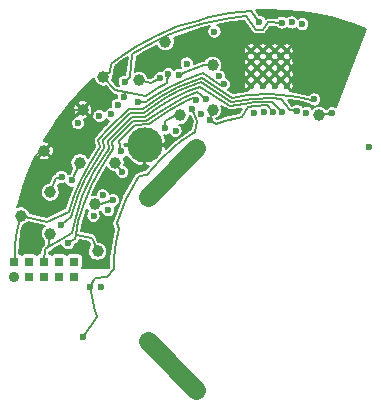
<source format=gbl>
G04 #@! TF.FileFunction,Copper,L4,Bot,Signal*
%FSLAX46Y46*%
G04 Gerber Fmt 4.6, Leading zero omitted, Abs format (unit mm)*
G04 Created by KiCad (PCBNEW (2016-05-05 BZR 6775)-product) date 2016 June 06, Monday 00:12:01*
%MOMM*%
%LPD*%
G01*
G04 APERTURE LIST*
%ADD10C,0.020000*%
%ADD11C,3.000000*%
%ADD12C,1.000000*%
%ADD13C,0.900000*%
%ADD14R,0.800000X0.800000*%
%ADD15C,0.600000*%
%ADD16C,1.600000*%
%ADD17C,0.200000*%
%ADD18C,0.150000*%
G04 APERTURE END LIST*
D10*
D11*
X66750000Y-52250000D03*
D12*
X69750000Y-49750000D03*
X72500000Y-45500000D03*
D13*
X55710000Y-63385000D03*
D14*
X55710000Y-62115000D03*
X56980000Y-63385000D03*
X56980000Y-62115000D03*
X58250000Y-63385000D03*
X58250000Y-62115000D03*
X59520000Y-63385000D03*
X59520000Y-62115000D03*
X60790000Y-63385000D03*
X60790000Y-62115000D03*
D12*
X63250000Y-46500000D03*
X68500000Y-43500000D03*
X66250000Y-46750000D03*
X81500000Y-49750000D03*
X72500000Y-49250000D03*
X64250000Y-53750000D03*
X58250000Y-52750000D03*
X58750000Y-56250000D03*
X62500000Y-57250000D03*
D15*
X75750000Y-44250000D03*
X76750000Y-44250000D03*
X77750000Y-44250000D03*
X78750000Y-44250000D03*
X75750000Y-45250000D03*
X76750000Y-45250000D03*
X77750000Y-45250000D03*
X78750000Y-45250000D03*
X75750000Y-46250000D03*
X76750000Y-46250000D03*
X77750000Y-46250000D03*
X78750000Y-46250000D03*
X75750000Y-47250000D03*
X76750000Y-47250000D03*
X77750000Y-47250000D03*
X78750000Y-47250000D03*
D12*
X56250000Y-58250000D03*
X62750000Y-61250000D03*
X58750000Y-59750000D03*
X61250000Y-53750000D03*
X61500000Y-49250000D03*
D16*
X71125610Y-52524390D02*
X67024390Y-56625610D01*
X67024390Y-68874390D02*
X71125610Y-72975610D01*
D15*
X59700000Y-54950000D03*
X80080000Y-42030000D03*
X61100000Y-50400000D03*
X69350000Y-51050000D03*
X85720000Y-52380000D03*
X76000000Y-49520000D03*
X63650000Y-57780000D03*
X63200000Y-56510000D03*
X62410000Y-58240000D03*
X72650000Y-42650000D03*
X83700000Y-44780000D03*
X73500000Y-49300000D03*
X84630000Y-42340000D03*
X69800000Y-43300000D03*
X64750000Y-45600000D03*
X60120000Y-49520000D03*
X57010000Y-55290000D03*
X61750000Y-60750000D03*
X81990000Y-48880000D03*
X82300000Y-47960000D03*
X81830000Y-41530000D03*
X81600000Y-42770000D03*
X56500000Y-61000000D03*
X70610000Y-50360000D03*
X66950000Y-45150000D03*
X63970000Y-54790000D03*
X64480000Y-56070000D03*
X78370000Y-41120000D03*
X70750000Y-49160000D03*
X61500000Y-68500000D03*
X62140000Y-64260000D03*
X71520000Y-49590000D03*
X63000000Y-64250000D03*
X77610000Y-49460000D03*
X72230000Y-50130000D03*
X81090000Y-48390000D03*
X60270000Y-60580000D03*
X80420000Y-49510000D03*
X71900000Y-48350000D03*
X78370000Y-49490000D03*
X60550000Y-55250000D03*
X79640000Y-49370000D03*
X59620000Y-59000000D03*
X64840000Y-54540000D03*
X76850000Y-49460000D03*
X66200000Y-48600000D03*
X73450000Y-47100000D03*
X70300000Y-45350000D03*
X64450000Y-48850000D03*
X79200000Y-41870000D03*
X68050000Y-46600000D03*
X64750000Y-52800000D03*
X62900000Y-49800000D03*
X71100000Y-48450000D03*
X78360000Y-41890000D03*
X65050000Y-46900000D03*
X65000000Y-48200000D03*
X68750000Y-46250000D03*
X76440000Y-41820000D03*
X64060000Y-56930000D03*
X82600000Y-49550000D03*
X69650000Y-46300000D03*
X68500000Y-50850000D03*
X73050000Y-46450000D03*
X63900000Y-49650000D03*
D17*
X58750000Y-56250000D02*
X59250000Y-55050000D01*
X59250000Y-55050000D02*
X59700000Y-54950000D01*
X61500000Y-49250000D02*
X60390000Y-49250000D01*
X60390000Y-49250000D02*
X60120000Y-49520000D01*
X57620000Y-53050000D02*
X57180000Y-53970000D01*
X57180000Y-53970000D02*
X56800000Y-54850000D01*
X56800000Y-54850000D02*
X57010000Y-55290000D01*
X57620000Y-53050000D02*
X58250000Y-52750000D01*
D18*
X71200000Y-50220000D02*
X70750000Y-49160000D01*
D17*
X68032696Y-53550866D02*
X69250000Y-52450000D01*
X70972044Y-51130558D02*
X69850000Y-51940000D01*
X69850000Y-51940000D02*
X69250000Y-52450000D01*
D18*
X70972044Y-51130558D02*
X71200000Y-50220000D01*
D17*
X62544367Y-63546806D02*
X62140000Y-64260000D01*
X62702703Y-66816216D02*
X62450000Y-65950000D01*
X62702703Y-66816216D02*
X61500000Y-68500000D01*
X62250000Y-65050000D02*
X62140000Y-64260000D01*
X62450000Y-65950000D02*
X62250000Y-65050000D01*
X64550000Y-59400000D02*
X64350000Y-60450000D01*
X66950000Y-54750000D02*
X68032696Y-53550866D01*
X66300000Y-54900000D02*
X65200000Y-56790000D01*
X66950000Y-54750000D02*
X66300000Y-54900000D01*
X64400000Y-58850000D02*
X64550000Y-59400000D01*
X65200000Y-56790000D02*
X64400000Y-58850000D01*
X63542920Y-63443805D02*
X62544367Y-63546806D01*
X64150000Y-62750000D02*
X63542920Y-63443805D01*
X64150000Y-61850000D02*
X64150000Y-62750000D01*
X64350000Y-60450000D02*
X64150000Y-61850000D01*
X72230000Y-50130000D02*
X72500000Y-49150000D01*
D18*
X77610000Y-49460000D02*
X77110000Y-48890000D01*
X72740000Y-50470000D02*
X72230000Y-50130000D01*
X73510000Y-50200000D02*
X72740000Y-50470000D01*
X74990000Y-49870000D02*
X73510000Y-50200000D01*
X75480000Y-49030000D02*
X74990000Y-49870000D01*
X76120000Y-48950000D02*
X75480000Y-49030000D01*
X77110000Y-48890000D02*
X76120000Y-48950000D01*
X56250000Y-58250000D02*
X58480000Y-58770000D01*
X80790000Y-48430000D02*
X81090000Y-48390000D01*
X60330000Y-57890000D02*
X58480000Y-58770000D01*
X60760000Y-56530000D02*
X60330000Y-57890000D01*
X61340000Y-55190000D02*
X60760000Y-56530000D01*
X62010000Y-53950000D02*
X61340000Y-55190000D01*
X62940000Y-52450000D02*
X62010000Y-53950000D01*
X62780000Y-51840000D02*
X62940000Y-52450000D01*
X63680000Y-50810000D02*
X62780000Y-51840000D01*
X65400000Y-49200000D02*
X63680000Y-50810000D01*
X66560000Y-49200000D02*
X65400000Y-49200000D01*
X68070000Y-48160000D02*
X66560000Y-49200000D01*
X69530000Y-47350000D02*
X68070000Y-48160000D01*
X71565045Y-46537692D02*
X69530000Y-47350000D01*
X74154115Y-48262257D02*
X71565045Y-46537692D01*
X75450000Y-48050000D02*
X74154115Y-48262257D01*
X77240000Y-47920000D02*
X75450000Y-48050000D01*
X78250000Y-47980000D02*
X77240000Y-47920000D01*
X79750000Y-48180000D02*
X78250000Y-47980000D01*
X79750000Y-48180000D02*
X80790000Y-48430000D01*
X56250000Y-58250000D02*
X55930000Y-59560000D01*
X55930000Y-59560000D02*
X55800000Y-60640000D01*
X55720000Y-61590000D02*
X55710000Y-62115000D01*
X55800000Y-60640000D02*
X55720000Y-61590000D01*
X60708378Y-60292787D02*
X60270000Y-60580000D01*
X60850000Y-60200000D02*
X60708378Y-60292787D01*
X60850000Y-60200000D02*
X60911020Y-59877466D01*
X62750000Y-61250000D02*
X62250000Y-60090000D01*
X62250000Y-60090000D02*
X60911020Y-59877464D01*
X60911020Y-59877464D02*
X60911020Y-59877466D01*
X63020000Y-54210000D02*
X62320000Y-55520000D01*
X62320000Y-55520000D02*
X61660000Y-57000000D01*
X61660000Y-57000000D02*
X61130000Y-58720000D01*
X61130000Y-58720000D02*
X60911020Y-59877466D01*
X71900000Y-48350000D02*
X71150000Y-47800000D01*
X64100000Y-52600000D02*
X63580000Y-53320000D01*
X64000000Y-52000000D02*
X64100000Y-52600000D01*
X65750000Y-50200000D02*
X64000000Y-52000000D01*
X66850000Y-50200000D02*
X65750000Y-50200000D01*
X67350000Y-49850000D02*
X66850000Y-50200000D01*
X68300000Y-49250000D02*
X67350000Y-49850000D01*
X69980000Y-48280000D02*
X68300000Y-49250000D01*
X71150000Y-47800000D02*
X69980000Y-48280000D01*
X63580000Y-53320000D02*
X63020000Y-54210000D01*
D17*
X58750000Y-59750000D02*
X58610000Y-60610000D01*
X58610000Y-60610000D02*
X58595900Y-60920208D01*
D18*
X73944171Y-48939099D02*
X71385734Y-47322578D01*
X77540000Y-48580000D02*
X76820000Y-48590000D01*
X76820000Y-48590000D02*
X76040000Y-48650000D01*
X76040000Y-48650000D02*
X75190000Y-48750000D01*
X75190000Y-48750000D02*
X73944171Y-48939099D01*
X78370000Y-49490000D02*
X77540000Y-48580000D01*
X58310000Y-61090000D02*
X58250000Y-62115000D01*
X60600000Y-59730000D02*
X59761116Y-60228202D01*
X59761116Y-60228202D02*
X58595900Y-60920208D01*
X58595900Y-60920208D02*
X58310000Y-61090000D01*
X60800000Y-58720000D02*
X60600000Y-59730000D01*
X61450000Y-56550000D02*
X60800000Y-58720000D01*
X62470000Y-54470000D02*
X61450000Y-56550000D01*
X63680000Y-52560000D02*
X62470000Y-54470000D01*
X63600000Y-51900000D02*
X63680000Y-52560000D01*
X65650000Y-49850000D02*
X63600000Y-51900000D01*
X66750000Y-49850000D02*
X65650000Y-49850000D01*
X67823726Y-49153199D02*
X66750000Y-49850000D01*
X69090000Y-48390000D02*
X67823726Y-49153199D01*
X70390000Y-47710000D02*
X69090000Y-48390000D01*
X71385734Y-47322578D02*
X70390000Y-47710000D01*
X61250000Y-53750000D02*
X60550000Y-55250000D01*
X60540000Y-58350000D02*
X59620000Y-59000000D01*
X61120000Y-56480000D02*
X60540000Y-58350000D01*
X61710000Y-55160000D02*
X61120000Y-56480000D01*
X62350000Y-54000000D02*
X61710000Y-55160000D01*
X63310000Y-52480000D02*
X62350000Y-54000000D01*
X63200000Y-51850000D02*
X63310000Y-52480000D01*
X65520000Y-49510000D02*
X63200000Y-51850000D01*
X66657723Y-49524322D02*
X65520000Y-49510000D01*
X66990000Y-49280000D02*
X66657723Y-49524322D01*
X68450000Y-48310000D02*
X66990000Y-49280000D01*
X69770000Y-47600000D02*
X68450000Y-48310000D01*
X71519524Y-46952776D02*
X69770000Y-47600000D01*
X74052209Y-48600589D02*
X71519524Y-46952776D01*
X75930000Y-48320000D02*
X74052209Y-48600589D01*
X77520000Y-48250000D02*
X75930000Y-48320000D01*
X78310000Y-48340000D02*
X77520000Y-48250000D01*
X79080000Y-49290000D02*
X78310000Y-48340000D01*
X79640000Y-49370000D02*
X79080000Y-49290000D01*
D17*
X64840000Y-54540000D02*
X64200000Y-53800000D01*
D18*
X66200000Y-48600000D02*
X66881650Y-48574106D01*
X73450000Y-47100000D02*
X73100000Y-47150000D01*
X73100000Y-47150000D02*
X71665190Y-46174801D01*
X71665190Y-46174801D02*
X70140000Y-46750000D01*
X70140000Y-46750000D02*
X68890000Y-47300000D01*
X68890000Y-47300000D02*
X67720000Y-47980000D01*
X67720000Y-47980000D02*
X66900000Y-48561102D01*
X68050000Y-46600000D02*
X67300000Y-47000000D01*
X67300000Y-47000000D02*
X66250000Y-46750000D01*
X68000000Y-43293750D02*
X67550000Y-43500000D01*
X68000000Y-43293750D02*
X68293750Y-43293750D01*
X68750000Y-42950000D02*
X68000000Y-43293750D01*
X68293750Y-43293750D02*
X68500000Y-43500000D01*
X64750000Y-52800000D02*
X64600000Y-51900000D01*
X70850000Y-48300000D02*
X71100000Y-48450000D01*
X70200000Y-48550000D02*
X70850000Y-48300000D01*
X68750000Y-49350000D02*
X70200000Y-48550000D01*
X67100000Y-50500000D02*
X68750000Y-49350000D01*
X65900000Y-50550000D02*
X67100000Y-50500000D01*
X64600000Y-51900000D02*
X65900000Y-50550000D01*
X77210000Y-41850000D02*
X76720000Y-42480000D01*
X76720000Y-42480000D02*
X76160000Y-42480000D01*
X76160000Y-42480000D02*
X75330000Y-41370000D01*
X75330000Y-41370000D02*
X74010000Y-41480000D01*
X74010000Y-41480000D02*
X72270000Y-41810000D01*
X72270000Y-41810000D02*
X71520000Y-42010000D01*
X78360000Y-41890000D02*
X77210000Y-41850000D01*
X69580000Y-42640000D02*
X68750000Y-42950000D01*
X71520000Y-42010000D02*
X69580000Y-42640000D01*
X65459802Y-46493282D02*
X65050000Y-46900000D01*
X65699248Y-44556087D02*
X65459802Y-46493282D01*
X67550000Y-43500000D02*
X65699248Y-44556087D01*
X65104993Y-47774037D02*
X65000000Y-48200000D01*
X65500000Y-47850000D02*
X65104993Y-47774037D01*
X65104993Y-47774037D02*
X64238944Y-47607489D01*
X66850000Y-48100000D02*
X65500000Y-47850000D01*
X67700000Y-47550000D02*
X66850000Y-48100000D01*
X68650000Y-47000000D02*
X67700000Y-47550000D01*
X68750000Y-46250000D02*
X68650000Y-47000000D01*
X63250000Y-46500000D02*
X64238944Y-47607489D01*
X63792374Y-46110368D02*
X63330000Y-46370000D01*
X75760000Y-40920000D02*
X73990000Y-41100000D01*
X73990000Y-41100000D02*
X72220000Y-41440000D01*
X72220000Y-41440000D02*
X71220000Y-41710000D01*
X76440000Y-41820000D02*
X75760000Y-40920000D01*
X63910000Y-45350000D02*
X63792374Y-46110368D01*
X64820000Y-44690000D02*
X63910000Y-45350000D01*
X66130000Y-43860000D02*
X64820000Y-44690000D01*
X67700000Y-43010000D02*
X66130000Y-43860000D01*
X69580000Y-42210000D02*
X67700000Y-43010000D01*
X71220000Y-41710000D02*
X69580000Y-42210000D01*
D17*
X64060000Y-56930000D02*
X63000000Y-57230000D01*
X63000000Y-57230000D02*
X62440000Y-57190000D01*
X81430000Y-49750000D02*
X82600000Y-49550000D01*
D18*
X71750000Y-45500000D02*
X72500000Y-45500000D01*
X70400000Y-46000000D02*
X71750000Y-45500000D01*
X69650000Y-46300000D02*
X70400000Y-46000000D01*
X69750000Y-49500000D02*
X68500000Y-50250000D01*
X68500000Y-50250000D02*
X68500000Y-50850000D01*
D17*
G36*
X70563693Y-49733395D02*
X70588328Y-49738811D01*
X70805704Y-50250850D01*
X70650959Y-50868967D01*
X69615979Y-51615602D01*
X69606123Y-51624293D01*
X69595221Y-51631637D01*
X69590940Y-51635224D01*
X68990941Y-52145224D01*
X68988603Y-52147642D01*
X68985871Y-52149607D01*
X68981702Y-52153325D01*
X68525357Y-52566020D01*
X68482988Y-52300000D01*
X66870713Y-52300000D01*
X66834854Y-52264141D01*
X66764141Y-52334854D01*
X66800000Y-52370713D01*
X66800000Y-53982988D01*
X67065442Y-54025265D01*
X66737441Y-54388540D01*
X66210056Y-54510244D01*
X66206050Y-54511592D01*
X66201876Y-54512223D01*
X66169106Y-54524021D01*
X66136065Y-54535137D01*
X66132398Y-54537237D01*
X66128425Y-54538667D01*
X66098571Y-54556605D01*
X66068318Y-54573927D01*
X66065128Y-54576699D01*
X66061509Y-54578874D01*
X66035708Y-54602270D01*
X66009396Y-54625138D01*
X66006805Y-54628477D01*
X66003678Y-54631313D01*
X65982912Y-54659274D01*
X65961543Y-54686818D01*
X65959653Y-54690592D01*
X65957132Y-54693986D01*
X65954289Y-54698793D01*
X64854290Y-56588793D01*
X64842419Y-56614721D01*
X64829188Y-56640004D01*
X64827130Y-56645196D01*
X64027130Y-58705196D01*
X64025169Y-58712207D01*
X64022123Y-58718817D01*
X64014671Y-58749750D01*
X64006106Y-58780378D01*
X64005545Y-58787631D01*
X64003839Y-58794712D01*
X64002536Y-58826523D01*
X64000085Y-58858212D01*
X64000943Y-58865433D01*
X64000645Y-58872712D01*
X64005544Y-58904155D01*
X64009296Y-58935733D01*
X64011543Y-58942657D01*
X64012663Y-58949848D01*
X64014094Y-58955247D01*
X64139759Y-59416014D01*
X63957065Y-60375155D01*
X63956478Y-60381622D01*
X63954849Y-60387908D01*
X63954020Y-60393431D01*
X63754020Y-61793431D01*
X63752891Y-61818993D01*
X63750039Y-61844415D01*
X63750000Y-61850000D01*
X63750000Y-62599705D01*
X63705992Y-62650000D01*
X61458006Y-62650000D01*
X61468504Y-62630360D01*
X61485659Y-62573810D01*
X61491451Y-62515000D01*
X61491451Y-61715000D01*
X61485659Y-61656190D01*
X61468504Y-61599640D01*
X61440647Y-61547523D01*
X61403158Y-61501842D01*
X61357477Y-61464353D01*
X61305360Y-61436496D01*
X61248810Y-61419341D01*
X61190000Y-61413549D01*
X60390000Y-61413549D01*
X60331190Y-61419341D01*
X60274640Y-61436496D01*
X60222523Y-61464353D01*
X60176842Y-61501842D01*
X60155000Y-61528457D01*
X60133158Y-61501842D01*
X60087477Y-61464353D01*
X60035360Y-61436496D01*
X59978810Y-61419341D01*
X59920000Y-61413549D01*
X59120000Y-61413549D01*
X59061190Y-61419341D01*
X59004640Y-61436496D01*
X58952523Y-61464353D01*
X58906842Y-61501842D01*
X58885000Y-61528457D01*
X58863158Y-61501842D01*
X58817477Y-61464353D01*
X58765360Y-61436496D01*
X58708810Y-61419341D01*
X58666607Y-61415185D01*
X58672689Y-61311270D01*
X58728748Y-61297503D01*
X58799501Y-61264514D01*
X58862500Y-61218410D01*
X58903807Y-61173493D01*
X59683854Y-60710233D01*
X59690452Y-60746183D01*
X59733768Y-60855586D01*
X59797509Y-60954492D01*
X59879247Y-61039134D01*
X59975868Y-61106287D01*
X60083693Y-61153395D01*
X60198614Y-61178662D01*
X60316254Y-61181126D01*
X60432133Y-61160694D01*
X60541835Y-61118143D01*
X60641184Y-61055094D01*
X60726395Y-60973949D01*
X60794221Y-60877799D01*
X60842080Y-60770306D01*
X60868149Y-60655564D01*
X60868419Y-60636250D01*
X60913824Y-60606502D01*
X60913888Y-60606460D01*
X61055510Y-60513673D01*
X61056678Y-60512733D01*
X61057995Y-60512030D01*
X61085174Y-60489795D01*
X61112522Y-60467782D01*
X61113481Y-60466638D01*
X61114641Y-60465689D01*
X61137025Y-60438548D01*
X61159535Y-60411691D01*
X61160254Y-60410382D01*
X61161207Y-60409226D01*
X61177874Y-60378287D01*
X61194757Y-60347537D01*
X61195209Y-60346111D01*
X61195918Y-60344794D01*
X61206232Y-60311296D01*
X61208426Y-60304366D01*
X61987338Y-60428002D01*
X62124825Y-60746972D01*
X62045562Y-60862732D01*
X61983758Y-61006934D01*
X61951139Y-61160393D01*
X61948948Y-61317266D01*
X61977270Y-61471577D01*
X62035024Y-61617448D01*
X62120012Y-61749323D01*
X62228995Y-61862179D01*
X62357824Y-61951717D01*
X62501590Y-62014527D01*
X62654818Y-62048216D01*
X62811672Y-62051502D01*
X62966177Y-62024258D01*
X63112447Y-61967524D01*
X63244912Y-61883459D01*
X63358526Y-61775266D01*
X63448962Y-61647066D01*
X63512774Y-61503741D01*
X63547532Y-61350752D01*
X63550034Y-61171556D01*
X63519561Y-61017656D01*
X63459776Y-60872605D01*
X63372955Y-60741930D01*
X63262407Y-60630607D01*
X63132341Y-60542876D01*
X62987711Y-60482079D01*
X62834027Y-60450533D01*
X62813694Y-60450391D01*
X62594372Y-59941564D01*
X62593000Y-59939081D01*
X62592097Y-59936394D01*
X62575308Y-59907056D01*
X62558981Y-59877502D01*
X62557156Y-59875336D01*
X62555746Y-59872872D01*
X62533559Y-59847332D01*
X62511823Y-59821535D01*
X62509613Y-59819765D01*
X62507750Y-59817621D01*
X62481050Y-59796897D01*
X62454691Y-59775792D01*
X62452173Y-59774482D01*
X62449935Y-59772745D01*
X62419762Y-59757623D01*
X62389763Y-59742018D01*
X62387038Y-59741222D01*
X62384506Y-59739953D01*
X62351959Y-59730976D01*
X62319511Y-59721499D01*
X62316686Y-59721248D01*
X62313953Y-59720494D01*
X62308788Y-59719637D01*
X61351286Y-59567653D01*
X61494559Y-58810350D01*
X61837195Y-57698400D01*
X61870012Y-57749323D01*
X61959180Y-57841660D01*
X61948150Y-57852461D01*
X61881672Y-57949549D01*
X61835318Y-58057700D01*
X61810854Y-58172795D01*
X61809211Y-58290450D01*
X61830452Y-58406183D01*
X61873768Y-58515586D01*
X61937509Y-58614492D01*
X62019247Y-58699134D01*
X62115868Y-58766287D01*
X62223693Y-58813395D01*
X62338614Y-58838662D01*
X62456254Y-58841126D01*
X62572133Y-58820694D01*
X62681835Y-58778143D01*
X62781184Y-58715094D01*
X62866395Y-58633949D01*
X62934221Y-58537799D01*
X62982080Y-58430306D01*
X63008149Y-58315564D01*
X63010026Y-58181167D01*
X62987171Y-58065742D01*
X62942332Y-57956954D01*
X62923579Y-57928729D01*
X62994912Y-57883459D01*
X63049414Y-57831557D01*
X63070452Y-57946183D01*
X63113768Y-58055586D01*
X63177509Y-58154492D01*
X63259247Y-58239134D01*
X63355868Y-58306287D01*
X63463693Y-58353395D01*
X63578614Y-58378662D01*
X63696254Y-58381126D01*
X63812133Y-58360694D01*
X63921835Y-58318143D01*
X64021184Y-58255094D01*
X64106395Y-58173949D01*
X64174221Y-58077799D01*
X64222080Y-57970306D01*
X64248149Y-57855564D01*
X64250026Y-57721167D01*
X64227171Y-57605742D01*
X64190308Y-57516305D01*
X64222133Y-57510694D01*
X64331835Y-57468143D01*
X64431184Y-57405094D01*
X64516395Y-57323949D01*
X64584221Y-57227799D01*
X64632080Y-57120306D01*
X64658149Y-57005564D01*
X64660026Y-56871167D01*
X64637171Y-56755742D01*
X64592332Y-56646954D01*
X64527216Y-56548948D01*
X64444305Y-56465455D01*
X64346755Y-56399657D01*
X64238283Y-56354060D01*
X64123021Y-56330400D01*
X64005357Y-56329578D01*
X63889775Y-56351627D01*
X63788424Y-56392575D01*
X63777171Y-56335742D01*
X63732332Y-56226954D01*
X63667216Y-56128948D01*
X63584305Y-56045455D01*
X63486755Y-55979657D01*
X63378283Y-55934060D01*
X63263021Y-55910400D01*
X63145357Y-55909578D01*
X63029775Y-55931627D01*
X62920677Y-55975705D01*
X62822219Y-56040135D01*
X62738150Y-56122461D01*
X62671672Y-56219549D01*
X62625318Y-56327700D01*
X62600854Y-56442795D01*
X62600698Y-56453955D01*
X62584027Y-56450533D01*
X62427143Y-56449437D01*
X62305796Y-56472585D01*
X62657043Y-55684942D01*
X63344479Y-54398455D01*
X63529721Y-54104053D01*
X63535024Y-54117448D01*
X63620012Y-54249323D01*
X63728995Y-54362179D01*
X63857824Y-54451717D01*
X64001590Y-54514527D01*
X64154818Y-54548216D01*
X64239776Y-54549996D01*
X64239211Y-54590450D01*
X64260452Y-54706183D01*
X64303768Y-54815586D01*
X64367509Y-54914492D01*
X64449247Y-54999134D01*
X64545868Y-55066287D01*
X64653693Y-55113395D01*
X64768614Y-55138662D01*
X64886254Y-55141126D01*
X65002133Y-55120694D01*
X65111835Y-55078143D01*
X65211184Y-55015094D01*
X65296395Y-54933949D01*
X65364221Y-54837799D01*
X65412080Y-54730306D01*
X65438149Y-54615564D01*
X65440026Y-54481167D01*
X65417171Y-54365742D01*
X65372332Y-54256954D01*
X65307216Y-54158948D01*
X65224305Y-54075455D01*
X65126755Y-54009657D01*
X65021484Y-53965405D01*
X65047532Y-53850752D01*
X65050034Y-53671556D01*
X65019561Y-53517656D01*
X64959776Y-53372605D01*
X64954287Y-53364343D01*
X65021835Y-53338143D01*
X65121184Y-53275094D01*
X65206395Y-53193949D01*
X65209621Y-53189375D01*
X65234536Y-53237319D01*
X65456272Y-53514000D01*
X65727725Y-53742106D01*
X66038463Y-53912872D01*
X66376545Y-54019734D01*
X66417779Y-54027937D01*
X66700000Y-53982988D01*
X66700000Y-52300000D01*
X65081741Y-52300000D01*
X65042419Y-52273478D01*
X65030173Y-52200000D01*
X66629287Y-52200000D01*
X66665146Y-52235859D01*
X66735859Y-52165146D01*
X66700000Y-52129287D01*
X66700000Y-50891992D01*
X66800000Y-50887825D01*
X66800000Y-52129287D01*
X66764141Y-52165146D01*
X66834854Y-52235859D01*
X66870713Y-52200000D01*
X68482988Y-52200000D01*
X68527937Y-51917779D01*
X68428961Y-51577304D01*
X68353532Y-51432154D01*
X68428614Y-51448662D01*
X68546254Y-51451126D01*
X68662133Y-51430694D01*
X68771835Y-51388143D01*
X68830209Y-51351098D01*
X68877509Y-51424492D01*
X68959247Y-51509134D01*
X69055868Y-51576287D01*
X69163693Y-51623395D01*
X69278614Y-51648662D01*
X69396254Y-51651126D01*
X69512133Y-51630694D01*
X69621835Y-51588143D01*
X69721184Y-51525094D01*
X69806395Y-51443949D01*
X69874221Y-51347799D01*
X69922080Y-51240306D01*
X69948149Y-51125564D01*
X69950026Y-50991167D01*
X69927171Y-50875742D01*
X69882332Y-50766954D01*
X69817216Y-50668948D01*
X69734305Y-50585455D01*
X69679874Y-50548741D01*
X69811672Y-50551502D01*
X69966177Y-50524258D01*
X70112447Y-50467524D01*
X70244912Y-50383459D01*
X70358526Y-50275266D01*
X70448962Y-50147066D01*
X70512774Y-50003741D01*
X70547532Y-49850752D01*
X70549259Y-49727089D01*
X70563693Y-49733395D01*
X70563693Y-49733395D01*
G37*
X70563693Y-49733395D02*
X70588328Y-49738811D01*
X70805704Y-50250850D01*
X70650959Y-50868967D01*
X69615979Y-51615602D01*
X69606123Y-51624293D01*
X69595221Y-51631637D01*
X69590940Y-51635224D01*
X68990941Y-52145224D01*
X68988603Y-52147642D01*
X68985871Y-52149607D01*
X68981702Y-52153325D01*
X68525357Y-52566020D01*
X68482988Y-52300000D01*
X66870713Y-52300000D01*
X66834854Y-52264141D01*
X66764141Y-52334854D01*
X66800000Y-52370713D01*
X66800000Y-53982988D01*
X67065442Y-54025265D01*
X66737441Y-54388540D01*
X66210056Y-54510244D01*
X66206050Y-54511592D01*
X66201876Y-54512223D01*
X66169106Y-54524021D01*
X66136065Y-54535137D01*
X66132398Y-54537237D01*
X66128425Y-54538667D01*
X66098571Y-54556605D01*
X66068318Y-54573927D01*
X66065128Y-54576699D01*
X66061509Y-54578874D01*
X66035708Y-54602270D01*
X66009396Y-54625138D01*
X66006805Y-54628477D01*
X66003678Y-54631313D01*
X65982912Y-54659274D01*
X65961543Y-54686818D01*
X65959653Y-54690592D01*
X65957132Y-54693986D01*
X65954289Y-54698793D01*
X64854290Y-56588793D01*
X64842419Y-56614721D01*
X64829188Y-56640004D01*
X64827130Y-56645196D01*
X64027130Y-58705196D01*
X64025169Y-58712207D01*
X64022123Y-58718817D01*
X64014671Y-58749750D01*
X64006106Y-58780378D01*
X64005545Y-58787631D01*
X64003839Y-58794712D01*
X64002536Y-58826523D01*
X64000085Y-58858212D01*
X64000943Y-58865433D01*
X64000645Y-58872712D01*
X64005544Y-58904155D01*
X64009296Y-58935733D01*
X64011543Y-58942657D01*
X64012663Y-58949848D01*
X64014094Y-58955247D01*
X64139759Y-59416014D01*
X63957065Y-60375155D01*
X63956478Y-60381622D01*
X63954849Y-60387908D01*
X63954020Y-60393431D01*
X63754020Y-61793431D01*
X63752891Y-61818993D01*
X63750039Y-61844415D01*
X63750000Y-61850000D01*
X63750000Y-62599705D01*
X63705992Y-62650000D01*
X61458006Y-62650000D01*
X61468504Y-62630360D01*
X61485659Y-62573810D01*
X61491451Y-62515000D01*
X61491451Y-61715000D01*
X61485659Y-61656190D01*
X61468504Y-61599640D01*
X61440647Y-61547523D01*
X61403158Y-61501842D01*
X61357477Y-61464353D01*
X61305360Y-61436496D01*
X61248810Y-61419341D01*
X61190000Y-61413549D01*
X60390000Y-61413549D01*
X60331190Y-61419341D01*
X60274640Y-61436496D01*
X60222523Y-61464353D01*
X60176842Y-61501842D01*
X60155000Y-61528457D01*
X60133158Y-61501842D01*
X60087477Y-61464353D01*
X60035360Y-61436496D01*
X59978810Y-61419341D01*
X59920000Y-61413549D01*
X59120000Y-61413549D01*
X59061190Y-61419341D01*
X59004640Y-61436496D01*
X58952523Y-61464353D01*
X58906842Y-61501842D01*
X58885000Y-61528457D01*
X58863158Y-61501842D01*
X58817477Y-61464353D01*
X58765360Y-61436496D01*
X58708810Y-61419341D01*
X58666607Y-61415185D01*
X58672689Y-61311270D01*
X58728748Y-61297503D01*
X58799501Y-61264514D01*
X58862500Y-61218410D01*
X58903807Y-61173493D01*
X59683854Y-60710233D01*
X59690452Y-60746183D01*
X59733768Y-60855586D01*
X59797509Y-60954492D01*
X59879247Y-61039134D01*
X59975868Y-61106287D01*
X60083693Y-61153395D01*
X60198614Y-61178662D01*
X60316254Y-61181126D01*
X60432133Y-61160694D01*
X60541835Y-61118143D01*
X60641184Y-61055094D01*
X60726395Y-60973949D01*
X60794221Y-60877799D01*
X60842080Y-60770306D01*
X60868149Y-60655564D01*
X60868419Y-60636250D01*
X60913824Y-60606502D01*
X60913888Y-60606460D01*
X61055510Y-60513673D01*
X61056678Y-60512733D01*
X61057995Y-60512030D01*
X61085174Y-60489795D01*
X61112522Y-60467782D01*
X61113481Y-60466638D01*
X61114641Y-60465689D01*
X61137025Y-60438548D01*
X61159535Y-60411691D01*
X61160254Y-60410382D01*
X61161207Y-60409226D01*
X61177874Y-60378287D01*
X61194757Y-60347537D01*
X61195209Y-60346111D01*
X61195918Y-60344794D01*
X61206232Y-60311296D01*
X61208426Y-60304366D01*
X61987338Y-60428002D01*
X62124825Y-60746972D01*
X62045562Y-60862732D01*
X61983758Y-61006934D01*
X61951139Y-61160393D01*
X61948948Y-61317266D01*
X61977270Y-61471577D01*
X62035024Y-61617448D01*
X62120012Y-61749323D01*
X62228995Y-61862179D01*
X62357824Y-61951717D01*
X62501590Y-62014527D01*
X62654818Y-62048216D01*
X62811672Y-62051502D01*
X62966177Y-62024258D01*
X63112447Y-61967524D01*
X63244912Y-61883459D01*
X63358526Y-61775266D01*
X63448962Y-61647066D01*
X63512774Y-61503741D01*
X63547532Y-61350752D01*
X63550034Y-61171556D01*
X63519561Y-61017656D01*
X63459776Y-60872605D01*
X63372955Y-60741930D01*
X63262407Y-60630607D01*
X63132341Y-60542876D01*
X62987711Y-60482079D01*
X62834027Y-60450533D01*
X62813694Y-60450391D01*
X62594372Y-59941564D01*
X62593000Y-59939081D01*
X62592097Y-59936394D01*
X62575308Y-59907056D01*
X62558981Y-59877502D01*
X62557156Y-59875336D01*
X62555746Y-59872872D01*
X62533559Y-59847332D01*
X62511823Y-59821535D01*
X62509613Y-59819765D01*
X62507750Y-59817621D01*
X62481050Y-59796897D01*
X62454691Y-59775792D01*
X62452173Y-59774482D01*
X62449935Y-59772745D01*
X62419762Y-59757623D01*
X62389763Y-59742018D01*
X62387038Y-59741222D01*
X62384506Y-59739953D01*
X62351959Y-59730976D01*
X62319511Y-59721499D01*
X62316686Y-59721248D01*
X62313953Y-59720494D01*
X62308788Y-59719637D01*
X61351286Y-59567653D01*
X61494559Y-58810350D01*
X61837195Y-57698400D01*
X61870012Y-57749323D01*
X61959180Y-57841660D01*
X61948150Y-57852461D01*
X61881672Y-57949549D01*
X61835318Y-58057700D01*
X61810854Y-58172795D01*
X61809211Y-58290450D01*
X61830452Y-58406183D01*
X61873768Y-58515586D01*
X61937509Y-58614492D01*
X62019247Y-58699134D01*
X62115868Y-58766287D01*
X62223693Y-58813395D01*
X62338614Y-58838662D01*
X62456254Y-58841126D01*
X62572133Y-58820694D01*
X62681835Y-58778143D01*
X62781184Y-58715094D01*
X62866395Y-58633949D01*
X62934221Y-58537799D01*
X62982080Y-58430306D01*
X63008149Y-58315564D01*
X63010026Y-58181167D01*
X62987171Y-58065742D01*
X62942332Y-57956954D01*
X62923579Y-57928729D01*
X62994912Y-57883459D01*
X63049414Y-57831557D01*
X63070452Y-57946183D01*
X63113768Y-58055586D01*
X63177509Y-58154492D01*
X63259247Y-58239134D01*
X63355868Y-58306287D01*
X63463693Y-58353395D01*
X63578614Y-58378662D01*
X63696254Y-58381126D01*
X63812133Y-58360694D01*
X63921835Y-58318143D01*
X64021184Y-58255094D01*
X64106395Y-58173949D01*
X64174221Y-58077799D01*
X64222080Y-57970306D01*
X64248149Y-57855564D01*
X64250026Y-57721167D01*
X64227171Y-57605742D01*
X64190308Y-57516305D01*
X64222133Y-57510694D01*
X64331835Y-57468143D01*
X64431184Y-57405094D01*
X64516395Y-57323949D01*
X64584221Y-57227799D01*
X64632080Y-57120306D01*
X64658149Y-57005564D01*
X64660026Y-56871167D01*
X64637171Y-56755742D01*
X64592332Y-56646954D01*
X64527216Y-56548948D01*
X64444305Y-56465455D01*
X64346755Y-56399657D01*
X64238283Y-56354060D01*
X64123021Y-56330400D01*
X64005357Y-56329578D01*
X63889775Y-56351627D01*
X63788424Y-56392575D01*
X63777171Y-56335742D01*
X63732332Y-56226954D01*
X63667216Y-56128948D01*
X63584305Y-56045455D01*
X63486755Y-55979657D01*
X63378283Y-55934060D01*
X63263021Y-55910400D01*
X63145357Y-55909578D01*
X63029775Y-55931627D01*
X62920677Y-55975705D01*
X62822219Y-56040135D01*
X62738150Y-56122461D01*
X62671672Y-56219549D01*
X62625318Y-56327700D01*
X62600854Y-56442795D01*
X62600698Y-56453955D01*
X62584027Y-56450533D01*
X62427143Y-56449437D01*
X62305796Y-56472585D01*
X62657043Y-55684942D01*
X63344479Y-54398455D01*
X63529721Y-54104053D01*
X63535024Y-54117448D01*
X63620012Y-54249323D01*
X63728995Y-54362179D01*
X63857824Y-54451717D01*
X64001590Y-54514527D01*
X64154818Y-54548216D01*
X64239776Y-54549996D01*
X64239211Y-54590450D01*
X64260452Y-54706183D01*
X64303768Y-54815586D01*
X64367509Y-54914492D01*
X64449247Y-54999134D01*
X64545868Y-55066287D01*
X64653693Y-55113395D01*
X64768614Y-55138662D01*
X64886254Y-55141126D01*
X65002133Y-55120694D01*
X65111835Y-55078143D01*
X65211184Y-55015094D01*
X65296395Y-54933949D01*
X65364221Y-54837799D01*
X65412080Y-54730306D01*
X65438149Y-54615564D01*
X65440026Y-54481167D01*
X65417171Y-54365742D01*
X65372332Y-54256954D01*
X65307216Y-54158948D01*
X65224305Y-54075455D01*
X65126755Y-54009657D01*
X65021484Y-53965405D01*
X65047532Y-53850752D01*
X65050034Y-53671556D01*
X65019561Y-53517656D01*
X64959776Y-53372605D01*
X64954287Y-53364343D01*
X65021835Y-53338143D01*
X65121184Y-53275094D01*
X65206395Y-53193949D01*
X65209621Y-53189375D01*
X65234536Y-53237319D01*
X65456272Y-53514000D01*
X65727725Y-53742106D01*
X66038463Y-53912872D01*
X66376545Y-54019734D01*
X66417779Y-54027937D01*
X66700000Y-53982988D01*
X66700000Y-52300000D01*
X65081741Y-52300000D01*
X65042419Y-52273478D01*
X65030173Y-52200000D01*
X66629287Y-52200000D01*
X66665146Y-52235859D01*
X66735859Y-52165146D01*
X66700000Y-52129287D01*
X66700000Y-50891992D01*
X66800000Y-50887825D01*
X66800000Y-52129287D01*
X66764141Y-52165146D01*
X66834854Y-52235859D01*
X66870713Y-52200000D01*
X68482988Y-52200000D01*
X68527937Y-51917779D01*
X68428961Y-51577304D01*
X68353532Y-51432154D01*
X68428614Y-51448662D01*
X68546254Y-51451126D01*
X68662133Y-51430694D01*
X68771835Y-51388143D01*
X68830209Y-51351098D01*
X68877509Y-51424492D01*
X68959247Y-51509134D01*
X69055868Y-51576287D01*
X69163693Y-51623395D01*
X69278614Y-51648662D01*
X69396254Y-51651126D01*
X69512133Y-51630694D01*
X69621835Y-51588143D01*
X69721184Y-51525094D01*
X69806395Y-51443949D01*
X69874221Y-51347799D01*
X69922080Y-51240306D01*
X69948149Y-51125564D01*
X69950026Y-50991167D01*
X69927171Y-50875742D01*
X69882332Y-50766954D01*
X69817216Y-50668948D01*
X69734305Y-50585455D01*
X69679874Y-50548741D01*
X69811672Y-50551502D01*
X69966177Y-50524258D01*
X70112447Y-50467524D01*
X70244912Y-50383459D01*
X70358526Y-50275266D01*
X70448962Y-50147066D01*
X70512774Y-50003741D01*
X70547532Y-49850752D01*
X70549259Y-49727089D01*
X70563693Y-49733395D01*
G36*
X58272149Y-59106592D02*
X58246291Y-59123513D01*
X58134199Y-59233282D01*
X58045562Y-59362732D01*
X57983758Y-59506934D01*
X57951139Y-59660393D01*
X57948948Y-59817266D01*
X57977270Y-59971577D01*
X58035024Y-60117448D01*
X58120012Y-60249323D01*
X58228995Y-60362179D01*
X58243443Y-60372220D01*
X58215197Y-60545730D01*
X58213899Y-60566099D01*
X58210705Y-60586260D01*
X58210413Y-60591838D01*
X58204753Y-60716359D01*
X58118516Y-60767574D01*
X58091296Y-60787573D01*
X58063731Y-60807198D01*
X58061800Y-60809244D01*
X58059536Y-60810907D01*
X58036740Y-60835789D01*
X58013491Y-60860417D01*
X58011991Y-60862804D01*
X58010097Y-60864871D01*
X57992578Y-60893692D01*
X57974546Y-60922382D01*
X57973539Y-60925013D01*
X57972081Y-60927411D01*
X57960477Y-60959130D01*
X57948378Y-60990731D01*
X57947902Y-60993502D01*
X57946936Y-60996142D01*
X57941707Y-61029553D01*
X57935984Y-61062861D01*
X57935641Y-61068086D01*
X57915419Y-61413549D01*
X57850000Y-61413549D01*
X57791190Y-61419341D01*
X57734640Y-61436496D01*
X57682523Y-61464353D01*
X57636842Y-61501842D01*
X57615000Y-61528457D01*
X57593158Y-61501842D01*
X57547477Y-61464353D01*
X57495360Y-61436496D01*
X57438810Y-61419341D01*
X57380000Y-61413549D01*
X56580000Y-61413549D01*
X56521190Y-61419341D01*
X56464640Y-61436496D01*
X56412523Y-61464353D01*
X56366842Y-61501842D01*
X56345000Y-61528457D01*
X56323158Y-61501842D01*
X56277477Y-61464353D01*
X56225360Y-61436496D01*
X56168810Y-61419341D01*
X56111176Y-61413665D01*
X56173114Y-60678149D01*
X56299624Y-59627148D01*
X56446026Y-59027811D01*
X56466177Y-59024258D01*
X56612447Y-58967524D01*
X56744912Y-58883459D01*
X56857098Y-58776626D01*
X58272149Y-59106592D01*
X58272149Y-59106592D01*
G37*
X58272149Y-59106592D02*
X58246291Y-59123513D01*
X58134199Y-59233282D01*
X58045562Y-59362732D01*
X57983758Y-59506934D01*
X57951139Y-59660393D01*
X57948948Y-59817266D01*
X57977270Y-59971577D01*
X58035024Y-60117448D01*
X58120012Y-60249323D01*
X58228995Y-60362179D01*
X58243443Y-60372220D01*
X58215197Y-60545730D01*
X58213899Y-60566099D01*
X58210705Y-60586260D01*
X58210413Y-60591838D01*
X58204753Y-60716359D01*
X58118516Y-60767574D01*
X58091296Y-60787573D01*
X58063731Y-60807198D01*
X58061800Y-60809244D01*
X58059536Y-60810907D01*
X58036740Y-60835789D01*
X58013491Y-60860417D01*
X58011991Y-60862804D01*
X58010097Y-60864871D01*
X57992578Y-60893692D01*
X57974546Y-60922382D01*
X57973539Y-60925013D01*
X57972081Y-60927411D01*
X57960477Y-60959130D01*
X57948378Y-60990731D01*
X57947902Y-60993502D01*
X57946936Y-60996142D01*
X57941707Y-61029553D01*
X57935984Y-61062861D01*
X57935641Y-61068086D01*
X57915419Y-61413549D01*
X57850000Y-61413549D01*
X57791190Y-61419341D01*
X57734640Y-61436496D01*
X57682523Y-61464353D01*
X57636842Y-61501842D01*
X57615000Y-61528457D01*
X57593158Y-61501842D01*
X57547477Y-61464353D01*
X57495360Y-61436496D01*
X57438810Y-61419341D01*
X57380000Y-61413549D01*
X56580000Y-61413549D01*
X56521190Y-61419341D01*
X56464640Y-61436496D01*
X56412523Y-61464353D01*
X56366842Y-61501842D01*
X56345000Y-61528457D01*
X56323158Y-61501842D01*
X56277477Y-61464353D01*
X56225360Y-61436496D01*
X56168810Y-61419341D01*
X56111176Y-61413665D01*
X56173114Y-60678149D01*
X56299624Y-59627148D01*
X56446026Y-59027811D01*
X56466177Y-59024258D01*
X56612447Y-58967524D01*
X56744912Y-58883459D01*
X56857098Y-58776626D01*
X58272149Y-59106592D01*
G36*
X62477270Y-46721577D02*
X62535024Y-46867448D01*
X62620012Y-46999323D01*
X62728995Y-47112179D01*
X62857824Y-47201717D01*
X63001590Y-47264527D01*
X63154818Y-47298216D01*
X63311672Y-47301502D01*
X63442380Y-47278454D01*
X63959232Y-47857261D01*
X63966348Y-47863813D01*
X63972460Y-47871330D01*
X63993233Y-47888567D01*
X64013073Y-47906834D01*
X64021333Y-47911883D01*
X64028783Y-47918065D01*
X64052488Y-47930928D01*
X64075517Y-47945005D01*
X64084606Y-47948356D01*
X64093110Y-47952970D01*
X64118860Y-47960983D01*
X64144188Y-47970320D01*
X64153753Y-47971841D01*
X64162991Y-47974716D01*
X64168126Y-47975741D01*
X64423786Y-48024906D01*
X64400854Y-48132795D01*
X64399223Y-48249605D01*
X64395357Y-48249578D01*
X64279775Y-48271627D01*
X64170677Y-48315705D01*
X64072219Y-48380135D01*
X63988150Y-48462461D01*
X63921672Y-48559549D01*
X63875318Y-48667700D01*
X63850854Y-48782795D01*
X63849211Y-48900450D01*
X63870452Y-49016183D01*
X63883780Y-49049846D01*
X63845357Y-49049578D01*
X63729775Y-49071627D01*
X63620677Y-49115705D01*
X63522219Y-49180135D01*
X63438150Y-49262461D01*
X63371672Y-49359549D01*
X63352545Y-49404174D01*
X63284305Y-49335455D01*
X63186755Y-49269657D01*
X63078283Y-49224060D01*
X62963021Y-49200400D01*
X62845357Y-49199578D01*
X62729775Y-49221627D01*
X62620677Y-49265705D01*
X62522219Y-49330135D01*
X62438150Y-49412461D01*
X62371672Y-49509549D01*
X62325318Y-49617700D01*
X62300854Y-49732795D01*
X62299211Y-49850450D01*
X62320452Y-49966183D01*
X62363768Y-50075586D01*
X62427509Y-50174492D01*
X62509247Y-50259134D01*
X62605868Y-50326287D01*
X62713693Y-50373395D01*
X62828614Y-50398662D01*
X62946254Y-50401126D01*
X63062133Y-50380694D01*
X63171835Y-50338143D01*
X63271184Y-50275094D01*
X63356395Y-50193949D01*
X63424221Y-50097799D01*
X63447598Y-50045294D01*
X63509247Y-50109134D01*
X63605868Y-50176287D01*
X63713693Y-50223395D01*
X63749522Y-50231272D01*
X63423734Y-50536225D01*
X63413037Y-50548404D01*
X63401087Y-50559337D01*
X63397614Y-50563255D01*
X62497614Y-51593255D01*
X62478162Y-51620478D01*
X62458234Y-51647407D01*
X62456890Y-51650251D01*
X62455066Y-51652803D01*
X62441276Y-51683278D01*
X62426954Y-51713573D01*
X62426188Y-51716621D01*
X62424894Y-51719481D01*
X62417286Y-51752055D01*
X62409121Y-51784554D01*
X62408962Y-51787695D01*
X62408248Y-51790751D01*
X62407111Y-51824214D01*
X62405416Y-51857647D01*
X62405869Y-51860752D01*
X62405762Y-51863896D01*
X62411148Y-51896956D01*
X62415977Y-51930068D01*
X62417270Y-51935142D01*
X62536398Y-52389316D01*
X61942696Y-53346898D01*
X61872955Y-53241930D01*
X61762407Y-53130607D01*
X61632341Y-53042876D01*
X61487711Y-52982079D01*
X61334027Y-52950533D01*
X61177143Y-52949437D01*
X61023034Y-52978835D01*
X60877570Y-53037607D01*
X60746291Y-53123513D01*
X60634199Y-53233282D01*
X60545562Y-53362732D01*
X60483758Y-53506934D01*
X60451139Y-53660393D01*
X60448948Y-53817266D01*
X60477270Y-53971577D01*
X60535024Y-54117448D01*
X60610237Y-54234156D01*
X60408655Y-54666118D01*
X60379775Y-54671627D01*
X60270677Y-54715705D01*
X60256303Y-54725111D01*
X60232332Y-54666954D01*
X60167216Y-54568948D01*
X60084305Y-54485455D01*
X59986755Y-54419657D01*
X59878283Y-54374060D01*
X59763021Y-54350400D01*
X59645357Y-54349578D01*
X59529775Y-54371627D01*
X59420677Y-54415705D01*
X59322219Y-54480135D01*
X59238150Y-54562461D01*
X59173207Y-54657307D01*
X59163228Y-54659525D01*
X59132572Y-54669562D01*
X59101582Y-54678554D01*
X59095521Y-54681693D01*
X59089037Y-54683816D01*
X59060922Y-54699612D01*
X59032261Y-54714456D01*
X59026923Y-54718714D01*
X59020977Y-54722055D01*
X58996464Y-54743012D01*
X58971234Y-54763139D01*
X58966826Y-54768351D01*
X58961640Y-54772785D01*
X58941661Y-54798108D01*
X58920824Y-54822748D01*
X58917513Y-54828717D01*
X58913287Y-54834073D01*
X58898608Y-54862793D01*
X58882953Y-54891013D01*
X58880769Y-54896154D01*
X58647911Y-55455013D01*
X58523034Y-55478835D01*
X58377570Y-55537607D01*
X58246291Y-55623513D01*
X58134199Y-55733282D01*
X58045562Y-55862732D01*
X57983758Y-56006934D01*
X57951139Y-56160393D01*
X57948948Y-56317266D01*
X57977270Y-56471577D01*
X58035024Y-56617448D01*
X58120012Y-56749323D01*
X58228995Y-56862179D01*
X58357824Y-56951717D01*
X58501590Y-57014527D01*
X58654818Y-57048216D01*
X58811672Y-57051502D01*
X58966177Y-57024258D01*
X59112447Y-56967524D01*
X59244912Y-56883459D01*
X59358526Y-56775266D01*
X59448962Y-56647066D01*
X59512774Y-56503741D01*
X59547532Y-56350752D01*
X59550034Y-56171556D01*
X59519561Y-56017656D01*
X59459776Y-55872605D01*
X59386521Y-55762349D01*
X59490337Y-55513191D01*
X59513693Y-55523395D01*
X59628614Y-55548662D01*
X59746254Y-55551126D01*
X59862133Y-55530694D01*
X59971835Y-55488143D01*
X59993500Y-55474394D01*
X60013768Y-55525586D01*
X60077509Y-55624492D01*
X60159247Y-55709134D01*
X60255868Y-55776287D01*
X60363693Y-55823395D01*
X60478614Y-55848662D01*
X60596254Y-55851126D01*
X60649266Y-55841779D01*
X60415854Y-56381041D01*
X60410785Y-56396826D01*
X60404060Y-56411969D01*
X60402446Y-56416950D01*
X60021619Y-57621426D01*
X58437393Y-58375004D01*
X57025110Y-58045683D01*
X57019561Y-58017656D01*
X56959776Y-57872605D01*
X56872955Y-57741930D01*
X56762407Y-57630607D01*
X56632341Y-57542876D01*
X56487711Y-57482079D01*
X56334027Y-57450533D01*
X56177143Y-57449437D01*
X56023034Y-57478835D01*
X55967742Y-57501175D01*
X55996906Y-57374797D01*
X56445119Y-55781148D01*
X56892589Y-54587896D01*
X57465195Y-53299531D01*
X57771180Y-53299531D01*
X57818862Y-53428475D01*
X57959510Y-53499549D01*
X58111322Y-53541819D01*
X58268463Y-53553659D01*
X58424894Y-53534616D01*
X58574604Y-53485419D01*
X58681138Y-53428475D01*
X58728820Y-53299531D01*
X58250000Y-52820711D01*
X57771180Y-53299531D01*
X57465195Y-53299531D01*
X57489886Y-53243978D01*
X57547565Y-53136311D01*
X57571525Y-53181138D01*
X57700469Y-53228820D01*
X58179289Y-52750000D01*
X58320711Y-52750000D01*
X58799531Y-53228820D01*
X58928475Y-53181138D01*
X58999549Y-53040490D01*
X59041819Y-52888678D01*
X59053659Y-52731537D01*
X59034616Y-52575106D01*
X58985419Y-52425396D01*
X58928475Y-52318862D01*
X58799531Y-52271180D01*
X58320711Y-52750000D01*
X58179289Y-52750000D01*
X58165147Y-52735858D01*
X58235858Y-52665147D01*
X58250000Y-52679289D01*
X58728820Y-52200469D01*
X58681138Y-52071525D01*
X58540490Y-52000451D01*
X58388678Y-51958181D01*
X58231537Y-51946341D01*
X58181806Y-51952395D01*
X58236569Y-51850170D01*
X59111393Y-50450450D01*
X60499211Y-50450450D01*
X60520452Y-50566183D01*
X60563768Y-50675586D01*
X60627509Y-50774492D01*
X60709247Y-50859134D01*
X60805868Y-50926287D01*
X60913693Y-50973395D01*
X61028614Y-50998662D01*
X61146254Y-51001126D01*
X61262133Y-50980694D01*
X61371835Y-50938143D01*
X61471184Y-50875094D01*
X61556395Y-50793949D01*
X61624221Y-50697799D01*
X61672080Y-50590306D01*
X61698149Y-50475564D01*
X61700026Y-50341167D01*
X61677171Y-50225742D01*
X61632332Y-50116954D01*
X61584904Y-50045571D01*
X61674894Y-50034616D01*
X61824604Y-49985419D01*
X61931138Y-49928475D01*
X61978820Y-49799531D01*
X61500000Y-49320711D01*
X61021180Y-49799531D01*
X61022789Y-49803883D01*
X60929775Y-49821627D01*
X60820677Y-49865705D01*
X60722219Y-49930135D01*
X60638150Y-50012461D01*
X60571672Y-50109549D01*
X60525318Y-50217700D01*
X60500854Y-50332795D01*
X60499211Y-50450450D01*
X59111393Y-50450450D01*
X59232383Y-50256867D01*
X59983570Y-49268463D01*
X60696341Y-49268463D01*
X60715384Y-49424894D01*
X60764581Y-49574604D01*
X60821525Y-49681138D01*
X60950469Y-49728820D01*
X61429289Y-49250000D01*
X61570711Y-49250000D01*
X62049531Y-49728820D01*
X62178475Y-49681138D01*
X62249549Y-49540490D01*
X62291819Y-49388678D01*
X62303659Y-49231537D01*
X62284616Y-49075106D01*
X62235419Y-48925396D01*
X62178475Y-48818862D01*
X62049531Y-48771180D01*
X61570711Y-49250000D01*
X61429289Y-49250000D01*
X60950469Y-48771180D01*
X60821525Y-48818862D01*
X60750451Y-48959510D01*
X60708181Y-49111322D01*
X60696341Y-49268463D01*
X59983570Y-49268463D01*
X60177596Y-49013166D01*
X60449945Y-48700469D01*
X61021180Y-48700469D01*
X61500000Y-49179289D01*
X61978820Y-48700469D01*
X61931138Y-48571525D01*
X61790490Y-48500451D01*
X61638678Y-48458181D01*
X61481537Y-48446341D01*
X61325106Y-48465384D01*
X61175396Y-48514581D01*
X61068862Y-48571525D01*
X61021180Y-48700469D01*
X60449945Y-48700469D01*
X61522473Y-47469048D01*
X62450878Y-46577780D01*
X62477270Y-46721577D01*
X62477270Y-46721577D01*
G37*
X62477270Y-46721577D02*
X62535024Y-46867448D01*
X62620012Y-46999323D01*
X62728995Y-47112179D01*
X62857824Y-47201717D01*
X63001590Y-47264527D01*
X63154818Y-47298216D01*
X63311672Y-47301502D01*
X63442380Y-47278454D01*
X63959232Y-47857261D01*
X63966348Y-47863813D01*
X63972460Y-47871330D01*
X63993233Y-47888567D01*
X64013073Y-47906834D01*
X64021333Y-47911883D01*
X64028783Y-47918065D01*
X64052488Y-47930928D01*
X64075517Y-47945005D01*
X64084606Y-47948356D01*
X64093110Y-47952970D01*
X64118860Y-47960983D01*
X64144188Y-47970320D01*
X64153753Y-47971841D01*
X64162991Y-47974716D01*
X64168126Y-47975741D01*
X64423786Y-48024906D01*
X64400854Y-48132795D01*
X64399223Y-48249605D01*
X64395357Y-48249578D01*
X64279775Y-48271627D01*
X64170677Y-48315705D01*
X64072219Y-48380135D01*
X63988150Y-48462461D01*
X63921672Y-48559549D01*
X63875318Y-48667700D01*
X63850854Y-48782795D01*
X63849211Y-48900450D01*
X63870452Y-49016183D01*
X63883780Y-49049846D01*
X63845357Y-49049578D01*
X63729775Y-49071627D01*
X63620677Y-49115705D01*
X63522219Y-49180135D01*
X63438150Y-49262461D01*
X63371672Y-49359549D01*
X63352545Y-49404174D01*
X63284305Y-49335455D01*
X63186755Y-49269657D01*
X63078283Y-49224060D01*
X62963021Y-49200400D01*
X62845357Y-49199578D01*
X62729775Y-49221627D01*
X62620677Y-49265705D01*
X62522219Y-49330135D01*
X62438150Y-49412461D01*
X62371672Y-49509549D01*
X62325318Y-49617700D01*
X62300854Y-49732795D01*
X62299211Y-49850450D01*
X62320452Y-49966183D01*
X62363768Y-50075586D01*
X62427509Y-50174492D01*
X62509247Y-50259134D01*
X62605868Y-50326287D01*
X62713693Y-50373395D01*
X62828614Y-50398662D01*
X62946254Y-50401126D01*
X63062133Y-50380694D01*
X63171835Y-50338143D01*
X63271184Y-50275094D01*
X63356395Y-50193949D01*
X63424221Y-50097799D01*
X63447598Y-50045294D01*
X63509247Y-50109134D01*
X63605868Y-50176287D01*
X63713693Y-50223395D01*
X63749522Y-50231272D01*
X63423734Y-50536225D01*
X63413037Y-50548404D01*
X63401087Y-50559337D01*
X63397614Y-50563255D01*
X62497614Y-51593255D01*
X62478162Y-51620478D01*
X62458234Y-51647407D01*
X62456890Y-51650251D01*
X62455066Y-51652803D01*
X62441276Y-51683278D01*
X62426954Y-51713573D01*
X62426188Y-51716621D01*
X62424894Y-51719481D01*
X62417286Y-51752055D01*
X62409121Y-51784554D01*
X62408962Y-51787695D01*
X62408248Y-51790751D01*
X62407111Y-51824214D01*
X62405416Y-51857647D01*
X62405869Y-51860752D01*
X62405762Y-51863896D01*
X62411148Y-51896956D01*
X62415977Y-51930068D01*
X62417270Y-51935142D01*
X62536398Y-52389316D01*
X61942696Y-53346898D01*
X61872955Y-53241930D01*
X61762407Y-53130607D01*
X61632341Y-53042876D01*
X61487711Y-52982079D01*
X61334027Y-52950533D01*
X61177143Y-52949437D01*
X61023034Y-52978835D01*
X60877570Y-53037607D01*
X60746291Y-53123513D01*
X60634199Y-53233282D01*
X60545562Y-53362732D01*
X60483758Y-53506934D01*
X60451139Y-53660393D01*
X60448948Y-53817266D01*
X60477270Y-53971577D01*
X60535024Y-54117448D01*
X60610237Y-54234156D01*
X60408655Y-54666118D01*
X60379775Y-54671627D01*
X60270677Y-54715705D01*
X60256303Y-54725111D01*
X60232332Y-54666954D01*
X60167216Y-54568948D01*
X60084305Y-54485455D01*
X59986755Y-54419657D01*
X59878283Y-54374060D01*
X59763021Y-54350400D01*
X59645357Y-54349578D01*
X59529775Y-54371627D01*
X59420677Y-54415705D01*
X59322219Y-54480135D01*
X59238150Y-54562461D01*
X59173207Y-54657307D01*
X59163228Y-54659525D01*
X59132572Y-54669562D01*
X59101582Y-54678554D01*
X59095521Y-54681693D01*
X59089037Y-54683816D01*
X59060922Y-54699612D01*
X59032261Y-54714456D01*
X59026923Y-54718714D01*
X59020977Y-54722055D01*
X58996464Y-54743012D01*
X58971234Y-54763139D01*
X58966826Y-54768351D01*
X58961640Y-54772785D01*
X58941661Y-54798108D01*
X58920824Y-54822748D01*
X58917513Y-54828717D01*
X58913287Y-54834073D01*
X58898608Y-54862793D01*
X58882953Y-54891013D01*
X58880769Y-54896154D01*
X58647911Y-55455013D01*
X58523034Y-55478835D01*
X58377570Y-55537607D01*
X58246291Y-55623513D01*
X58134199Y-55733282D01*
X58045562Y-55862732D01*
X57983758Y-56006934D01*
X57951139Y-56160393D01*
X57948948Y-56317266D01*
X57977270Y-56471577D01*
X58035024Y-56617448D01*
X58120012Y-56749323D01*
X58228995Y-56862179D01*
X58357824Y-56951717D01*
X58501590Y-57014527D01*
X58654818Y-57048216D01*
X58811672Y-57051502D01*
X58966177Y-57024258D01*
X59112447Y-56967524D01*
X59244912Y-56883459D01*
X59358526Y-56775266D01*
X59448962Y-56647066D01*
X59512774Y-56503741D01*
X59547532Y-56350752D01*
X59550034Y-56171556D01*
X59519561Y-56017656D01*
X59459776Y-55872605D01*
X59386521Y-55762349D01*
X59490337Y-55513191D01*
X59513693Y-55523395D01*
X59628614Y-55548662D01*
X59746254Y-55551126D01*
X59862133Y-55530694D01*
X59971835Y-55488143D01*
X59993500Y-55474394D01*
X60013768Y-55525586D01*
X60077509Y-55624492D01*
X60159247Y-55709134D01*
X60255868Y-55776287D01*
X60363693Y-55823395D01*
X60478614Y-55848662D01*
X60596254Y-55851126D01*
X60649266Y-55841779D01*
X60415854Y-56381041D01*
X60410785Y-56396826D01*
X60404060Y-56411969D01*
X60402446Y-56416950D01*
X60021619Y-57621426D01*
X58437393Y-58375004D01*
X57025110Y-58045683D01*
X57019561Y-58017656D01*
X56959776Y-57872605D01*
X56872955Y-57741930D01*
X56762407Y-57630607D01*
X56632341Y-57542876D01*
X56487711Y-57482079D01*
X56334027Y-57450533D01*
X56177143Y-57449437D01*
X56023034Y-57478835D01*
X55967742Y-57501175D01*
X55996906Y-57374797D01*
X56445119Y-55781148D01*
X56892589Y-54587896D01*
X57465195Y-53299531D01*
X57771180Y-53299531D01*
X57818862Y-53428475D01*
X57959510Y-53499549D01*
X58111322Y-53541819D01*
X58268463Y-53553659D01*
X58424894Y-53534616D01*
X58574604Y-53485419D01*
X58681138Y-53428475D01*
X58728820Y-53299531D01*
X58250000Y-52820711D01*
X57771180Y-53299531D01*
X57465195Y-53299531D01*
X57489886Y-53243978D01*
X57547565Y-53136311D01*
X57571525Y-53181138D01*
X57700469Y-53228820D01*
X58179289Y-52750000D01*
X58320711Y-52750000D01*
X58799531Y-53228820D01*
X58928475Y-53181138D01*
X58999549Y-53040490D01*
X59041819Y-52888678D01*
X59053659Y-52731537D01*
X59034616Y-52575106D01*
X58985419Y-52425396D01*
X58928475Y-52318862D01*
X58799531Y-52271180D01*
X58320711Y-52750000D01*
X58179289Y-52750000D01*
X58165147Y-52735858D01*
X58235858Y-52665147D01*
X58250000Y-52679289D01*
X58728820Y-52200469D01*
X58681138Y-52071525D01*
X58540490Y-52000451D01*
X58388678Y-51958181D01*
X58231537Y-51946341D01*
X58181806Y-51952395D01*
X58236569Y-51850170D01*
X59111393Y-50450450D01*
X60499211Y-50450450D01*
X60520452Y-50566183D01*
X60563768Y-50675586D01*
X60627509Y-50774492D01*
X60709247Y-50859134D01*
X60805868Y-50926287D01*
X60913693Y-50973395D01*
X61028614Y-50998662D01*
X61146254Y-51001126D01*
X61262133Y-50980694D01*
X61371835Y-50938143D01*
X61471184Y-50875094D01*
X61556395Y-50793949D01*
X61624221Y-50697799D01*
X61672080Y-50590306D01*
X61698149Y-50475564D01*
X61700026Y-50341167D01*
X61677171Y-50225742D01*
X61632332Y-50116954D01*
X61584904Y-50045571D01*
X61674894Y-50034616D01*
X61824604Y-49985419D01*
X61931138Y-49928475D01*
X61978820Y-49799531D01*
X61500000Y-49320711D01*
X61021180Y-49799531D01*
X61022789Y-49803883D01*
X60929775Y-49821627D01*
X60820677Y-49865705D01*
X60722219Y-49930135D01*
X60638150Y-50012461D01*
X60571672Y-50109549D01*
X60525318Y-50217700D01*
X60500854Y-50332795D01*
X60499211Y-50450450D01*
X59111393Y-50450450D01*
X59232383Y-50256867D01*
X59983570Y-49268463D01*
X60696341Y-49268463D01*
X60715384Y-49424894D01*
X60764581Y-49574604D01*
X60821525Y-49681138D01*
X60950469Y-49728820D01*
X61429289Y-49250000D01*
X61570711Y-49250000D01*
X62049531Y-49728820D01*
X62178475Y-49681138D01*
X62249549Y-49540490D01*
X62291819Y-49388678D01*
X62303659Y-49231537D01*
X62284616Y-49075106D01*
X62235419Y-48925396D01*
X62178475Y-48818862D01*
X62049531Y-48771180D01*
X61570711Y-49250000D01*
X61429289Y-49250000D01*
X60950469Y-48771180D01*
X60821525Y-48818862D01*
X60750451Y-48959510D01*
X60708181Y-49111322D01*
X60696341Y-49268463D01*
X59983570Y-49268463D01*
X60177596Y-49013166D01*
X60449945Y-48700469D01*
X61021180Y-48700469D01*
X61500000Y-49179289D01*
X61978820Y-48700469D01*
X61931138Y-48571525D01*
X61790490Y-48500451D01*
X61638678Y-48458181D01*
X61481537Y-48446341D01*
X61325106Y-48465384D01*
X61175396Y-48514581D01*
X61068862Y-48571525D01*
X61021180Y-48700469D01*
X60449945Y-48700469D01*
X61522473Y-47469048D01*
X62450878Y-46577780D01*
X62477270Y-46721577D01*
G36*
X73743865Y-49256120D02*
X73762920Y-49265698D01*
X73781141Y-49276807D01*
X73795550Y-49282100D01*
X73809256Y-49288989D01*
X73829810Y-49294684D01*
X73849840Y-49302041D01*
X73865001Y-49304434D01*
X73879785Y-49308530D01*
X73901052Y-49310124D01*
X73922132Y-49313451D01*
X73937471Y-49312853D01*
X73952769Y-49314000D01*
X73973945Y-49311433D01*
X73995264Y-49310602D01*
X74000446Y-49309852D01*
X74968310Y-49162944D01*
X74748582Y-49539621D01*
X73428389Y-49833988D01*
X73409864Y-49840068D01*
X73390867Y-49844427D01*
X73385914Y-49846125D01*
X72824449Y-50043002D01*
X72813280Y-49986594D01*
X72862447Y-49967524D01*
X72994912Y-49883459D01*
X73108526Y-49775266D01*
X73198962Y-49647066D01*
X73262774Y-49503741D01*
X73297532Y-49350752D01*
X73300034Y-49171556D01*
X73269561Y-49017656D01*
X73235443Y-48934879D01*
X73743865Y-49256120D01*
X73743865Y-49256120D01*
G37*
X73743865Y-49256120D02*
X73762920Y-49265698D01*
X73781141Y-49276807D01*
X73795550Y-49282100D01*
X73809256Y-49288989D01*
X73829810Y-49294684D01*
X73849840Y-49302041D01*
X73865001Y-49304434D01*
X73879785Y-49308530D01*
X73901052Y-49310124D01*
X73922132Y-49313451D01*
X73937471Y-49312853D01*
X73952769Y-49314000D01*
X73973945Y-49311433D01*
X73995264Y-49310602D01*
X74000446Y-49309852D01*
X74968310Y-49162944D01*
X74748582Y-49539621D01*
X73428389Y-49833988D01*
X73409864Y-49840068D01*
X73390867Y-49844427D01*
X73385914Y-49846125D01*
X72824449Y-50043002D01*
X72813280Y-49986594D01*
X72862447Y-49967524D01*
X72994912Y-49883459D01*
X73108526Y-49775266D01*
X73198962Y-49647066D01*
X73262774Y-49503741D01*
X73297532Y-49350752D01*
X73300034Y-49171556D01*
X73269561Y-49017656D01*
X73235443Y-48934879D01*
X73743865Y-49256120D01*
G36*
X78744159Y-40899860D02*
X79937617Y-40999315D01*
X81132664Y-41198490D01*
X82476108Y-41447276D01*
X84419499Y-42045242D01*
X85014334Y-42243520D01*
X85501698Y-42453591D01*
X82925805Y-49045997D01*
X82886755Y-49019657D01*
X82778283Y-48974060D01*
X82663021Y-48950400D01*
X82545357Y-48949578D01*
X82429775Y-48971627D01*
X82320677Y-49015705D01*
X82222219Y-49080135D01*
X82138150Y-49162461D01*
X82099742Y-49218554D01*
X82012407Y-49130607D01*
X81882341Y-49042876D01*
X81737711Y-48982079D01*
X81584027Y-48950533D01*
X81427143Y-48949437D01*
X81273034Y-48978835D01*
X81127570Y-49037607D01*
X80996291Y-49123513D01*
X80928023Y-49190366D01*
X80887216Y-49128948D01*
X80804305Y-49045455D01*
X80706755Y-48979657D01*
X80598283Y-48934060D01*
X80483021Y-48910400D01*
X80365357Y-48909578D01*
X80249775Y-48931627D01*
X80140677Y-48975705D01*
X80111223Y-48994979D01*
X80107216Y-48988948D01*
X80024305Y-48905455D01*
X79926755Y-48839657D01*
X79818283Y-48794060D01*
X79703021Y-48770400D01*
X79585357Y-48769578D01*
X79469775Y-48791627D01*
X79360677Y-48835705D01*
X79262219Y-48900135D01*
X79253575Y-48908600D01*
X78875114Y-48441667D01*
X79681221Y-48549149D01*
X80629741Y-48777158D01*
X80699247Y-48849134D01*
X80795868Y-48916287D01*
X80903693Y-48963395D01*
X81018614Y-48988662D01*
X81136254Y-48991126D01*
X81252133Y-48970694D01*
X81361835Y-48928143D01*
X81461184Y-48865094D01*
X81546395Y-48783949D01*
X81614221Y-48687799D01*
X81662080Y-48580306D01*
X81688149Y-48465564D01*
X81690026Y-48331167D01*
X81667171Y-48215742D01*
X81622332Y-48106954D01*
X81557216Y-48008948D01*
X81474305Y-47925455D01*
X81376755Y-47859657D01*
X81268283Y-47814060D01*
X81153021Y-47790400D01*
X81035357Y-47789578D01*
X80919775Y-47811627D01*
X80810677Y-47855705D01*
X80712219Y-47920135D01*
X80628150Y-48002461D01*
X80626415Y-48004995D01*
X79837647Y-47815387D01*
X79821031Y-47813076D01*
X79804747Y-47809018D01*
X79799562Y-47808290D01*
X79074394Y-47711601D01*
X79086250Y-47656961D01*
X78750000Y-47320711D01*
X78735858Y-47334853D01*
X78665147Y-47264142D01*
X78679289Y-47250000D01*
X78820711Y-47250000D01*
X79156961Y-47586250D01*
X79265467Y-47562706D01*
X79316569Y-47456135D01*
X79345897Y-47341642D01*
X79352326Y-47223628D01*
X79335608Y-47106626D01*
X79296386Y-46995135D01*
X79265467Y-46937294D01*
X79156961Y-46913750D01*
X78820711Y-47250000D01*
X78679289Y-47250000D01*
X78343039Y-46913750D01*
X78250000Y-46933938D01*
X78156961Y-46913750D01*
X77820711Y-47250000D01*
X77834853Y-47264142D01*
X77764142Y-47334853D01*
X77750000Y-47320711D01*
X77735858Y-47334853D01*
X77665147Y-47264142D01*
X77679289Y-47250000D01*
X77343039Y-46913750D01*
X77250000Y-46933938D01*
X77156961Y-46913750D01*
X76820711Y-47250000D01*
X76834853Y-47264142D01*
X76764142Y-47334853D01*
X76750000Y-47320711D01*
X76735858Y-47334853D01*
X76665147Y-47264142D01*
X76679289Y-47250000D01*
X76343039Y-46913750D01*
X76250000Y-46933938D01*
X76156961Y-46913750D01*
X75820711Y-47250000D01*
X75834853Y-47264142D01*
X75764142Y-47334853D01*
X75750000Y-47320711D01*
X75413750Y-47656961D01*
X75418056Y-47676807D01*
X75408791Y-47678400D01*
X75394558Y-47679121D01*
X75389385Y-47679931D01*
X74239160Y-47868330D01*
X73809787Y-47582327D01*
X73821184Y-47575094D01*
X73906395Y-47493949D01*
X73974221Y-47397799D01*
X74022080Y-47290306D01*
X74025245Y-47276372D01*
X75147674Y-47276372D01*
X75164392Y-47393374D01*
X75203614Y-47504865D01*
X75234533Y-47562706D01*
X75343039Y-47586250D01*
X75679289Y-47250000D01*
X75343039Y-46913750D01*
X75234533Y-46937294D01*
X75183431Y-47043865D01*
X75154103Y-47158358D01*
X75147674Y-47276372D01*
X74025245Y-47276372D01*
X74048149Y-47175564D01*
X74050026Y-47041167D01*
X74027171Y-46925742D01*
X73982332Y-46816954D01*
X73917216Y-46718948D01*
X73855662Y-46656961D01*
X75413750Y-46656961D01*
X75433938Y-46750000D01*
X75413750Y-46843039D01*
X75750000Y-47179289D01*
X76086250Y-46843039D01*
X76066062Y-46750000D01*
X76086250Y-46656961D01*
X76413750Y-46656961D01*
X76433938Y-46750000D01*
X76413750Y-46843039D01*
X76750000Y-47179289D01*
X77086250Y-46843039D01*
X77066062Y-46750000D01*
X77086250Y-46656961D01*
X77413750Y-46656961D01*
X77433938Y-46750000D01*
X77413750Y-46843039D01*
X77750000Y-47179289D01*
X78086250Y-46843039D01*
X78066062Y-46750000D01*
X78086250Y-46656961D01*
X78413750Y-46656961D01*
X78433938Y-46750000D01*
X78413750Y-46843039D01*
X78750000Y-47179289D01*
X79086250Y-46843039D01*
X79066062Y-46750000D01*
X79086250Y-46656961D01*
X78750000Y-46320711D01*
X78413750Y-46656961D01*
X78086250Y-46656961D01*
X77750000Y-46320711D01*
X77413750Y-46656961D01*
X77086250Y-46656961D01*
X76750000Y-46320711D01*
X76413750Y-46656961D01*
X76086250Y-46656961D01*
X75750000Y-46320711D01*
X75413750Y-46656961D01*
X73855662Y-46656961D01*
X73834305Y-46635455D01*
X73736755Y-46569657D01*
X73646729Y-46531814D01*
X73648149Y-46525564D01*
X73650026Y-46391167D01*
X73627296Y-46276372D01*
X75147674Y-46276372D01*
X75164392Y-46393374D01*
X75203614Y-46504865D01*
X75234533Y-46562706D01*
X75343039Y-46586250D01*
X75679289Y-46250000D01*
X75820711Y-46250000D01*
X76156961Y-46586250D01*
X76250000Y-46566062D01*
X76343039Y-46586250D01*
X76679289Y-46250000D01*
X76820711Y-46250000D01*
X77156961Y-46586250D01*
X77250000Y-46566062D01*
X77343039Y-46586250D01*
X77679289Y-46250000D01*
X77820711Y-46250000D01*
X78156961Y-46586250D01*
X78250000Y-46566062D01*
X78343039Y-46586250D01*
X78679289Y-46250000D01*
X78820711Y-46250000D01*
X79156961Y-46586250D01*
X79265467Y-46562706D01*
X79316569Y-46456135D01*
X79345897Y-46341642D01*
X79352326Y-46223628D01*
X79335608Y-46106626D01*
X79296386Y-45995135D01*
X79265467Y-45937294D01*
X79156961Y-45913750D01*
X78820711Y-46250000D01*
X78679289Y-46250000D01*
X78343039Y-45913750D01*
X78250000Y-45933938D01*
X78156961Y-45913750D01*
X77820711Y-46250000D01*
X77679289Y-46250000D01*
X77343039Y-45913750D01*
X77250000Y-45933938D01*
X77156961Y-45913750D01*
X76820711Y-46250000D01*
X76679289Y-46250000D01*
X76343039Y-45913750D01*
X76250000Y-45933938D01*
X76156961Y-45913750D01*
X75820711Y-46250000D01*
X75679289Y-46250000D01*
X75343039Y-45913750D01*
X75234533Y-45937294D01*
X75183431Y-46043865D01*
X75154103Y-46158358D01*
X75147674Y-46276372D01*
X73627296Y-46276372D01*
X73627171Y-46275742D01*
X73582332Y-46166954D01*
X73517216Y-46068948D01*
X73434305Y-45985455D01*
X73336755Y-45919657D01*
X73228283Y-45874060D01*
X73210802Y-45870472D01*
X73262774Y-45753741D01*
X73284761Y-45656961D01*
X75413750Y-45656961D01*
X75433938Y-45750000D01*
X75413750Y-45843039D01*
X75750000Y-46179289D01*
X76086250Y-45843039D01*
X76066062Y-45750000D01*
X76086250Y-45656961D01*
X76413750Y-45656961D01*
X76433938Y-45750000D01*
X76413750Y-45843039D01*
X76750000Y-46179289D01*
X77086250Y-45843039D01*
X77066062Y-45750000D01*
X77086250Y-45656961D01*
X77413750Y-45656961D01*
X77433938Y-45750000D01*
X77413750Y-45843039D01*
X77750000Y-46179289D01*
X78086250Y-45843039D01*
X78066062Y-45750000D01*
X78086250Y-45656961D01*
X78413750Y-45656961D01*
X78433938Y-45750000D01*
X78413750Y-45843039D01*
X78750000Y-46179289D01*
X79086250Y-45843039D01*
X79066062Y-45750000D01*
X79086250Y-45656961D01*
X78750000Y-45320711D01*
X78413750Y-45656961D01*
X78086250Y-45656961D01*
X77750000Y-45320711D01*
X77413750Y-45656961D01*
X77086250Y-45656961D01*
X76750000Y-45320711D01*
X76413750Y-45656961D01*
X76086250Y-45656961D01*
X75750000Y-45320711D01*
X75413750Y-45656961D01*
X73284761Y-45656961D01*
X73297532Y-45600752D01*
X73300034Y-45421556D01*
X73271287Y-45276372D01*
X75147674Y-45276372D01*
X75164392Y-45393374D01*
X75203614Y-45504865D01*
X75234533Y-45562706D01*
X75343039Y-45586250D01*
X75679289Y-45250000D01*
X75820711Y-45250000D01*
X76156961Y-45586250D01*
X76250000Y-45566062D01*
X76343039Y-45586250D01*
X76679289Y-45250000D01*
X76820711Y-45250000D01*
X77156961Y-45586250D01*
X77250000Y-45566062D01*
X77343039Y-45586250D01*
X77679289Y-45250000D01*
X77820711Y-45250000D01*
X78156961Y-45586250D01*
X78250000Y-45566062D01*
X78343039Y-45586250D01*
X78679289Y-45250000D01*
X78820711Y-45250000D01*
X79156961Y-45586250D01*
X79265467Y-45562706D01*
X79316569Y-45456135D01*
X79345897Y-45341642D01*
X79352326Y-45223628D01*
X79335608Y-45106626D01*
X79296386Y-44995135D01*
X79265467Y-44937294D01*
X79156961Y-44913750D01*
X78820711Y-45250000D01*
X78679289Y-45250000D01*
X78343039Y-44913750D01*
X78250000Y-44933938D01*
X78156961Y-44913750D01*
X77820711Y-45250000D01*
X77679289Y-45250000D01*
X77343039Y-44913750D01*
X77250000Y-44933938D01*
X77156961Y-44913750D01*
X76820711Y-45250000D01*
X76679289Y-45250000D01*
X76343039Y-44913750D01*
X76250000Y-44933938D01*
X76156961Y-44913750D01*
X75820711Y-45250000D01*
X75679289Y-45250000D01*
X75343039Y-44913750D01*
X75234533Y-44937294D01*
X75183431Y-45043865D01*
X75154103Y-45158358D01*
X75147674Y-45276372D01*
X73271287Y-45276372D01*
X73269561Y-45267656D01*
X73209776Y-45122605D01*
X73122955Y-44991930D01*
X73012407Y-44880607D01*
X72882341Y-44792876D01*
X72737711Y-44732079D01*
X72584027Y-44700533D01*
X72427143Y-44699437D01*
X72273034Y-44728835D01*
X72127570Y-44787607D01*
X71996291Y-44873513D01*
X71884199Y-44983282D01*
X71795562Y-45112732D01*
X71790304Y-45125000D01*
X71750000Y-45125000D01*
X71722910Y-45127656D01*
X71695717Y-45128950D01*
X71686557Y-45131221D01*
X71677162Y-45132142D01*
X71651100Y-45140011D01*
X71624680Y-45146560D01*
X71619757Y-45148344D01*
X70898289Y-45415554D01*
X70900026Y-45291167D01*
X70877171Y-45175742D01*
X70832332Y-45066954D01*
X70767216Y-44968948D01*
X70684305Y-44885455D01*
X70586755Y-44819657D01*
X70478283Y-44774060D01*
X70363021Y-44750400D01*
X70245357Y-44749578D01*
X70129775Y-44771627D01*
X70020677Y-44815705D01*
X69922219Y-44880135D01*
X69838150Y-44962461D01*
X69771672Y-45059549D01*
X69725318Y-45167700D01*
X69700854Y-45282795D01*
X69699211Y-45400450D01*
X69720452Y-45516183D01*
X69763768Y-45625586D01*
X69827070Y-45723811D01*
X69713021Y-45700400D01*
X69595357Y-45699578D01*
X69479775Y-45721627D01*
X69370677Y-45765705D01*
X69272219Y-45830135D01*
X69223274Y-45878065D01*
X69217216Y-45868948D01*
X69134305Y-45785455D01*
X69036755Y-45719657D01*
X68928283Y-45674060D01*
X68813021Y-45650400D01*
X68695357Y-45649578D01*
X68579775Y-45671627D01*
X68470677Y-45715705D01*
X68372219Y-45780135D01*
X68288150Y-45862461D01*
X68221672Y-45959549D01*
X68196793Y-46017596D01*
X68113021Y-46000400D01*
X67995357Y-45999578D01*
X67879775Y-46021627D01*
X67770677Y-46065705D01*
X67672219Y-46130135D01*
X67588150Y-46212461D01*
X67521672Y-46309549D01*
X67475318Y-46417700D01*
X67460024Y-46489654D01*
X67248774Y-46602321D01*
X67025814Y-46549235D01*
X67019561Y-46517656D01*
X66959776Y-46372605D01*
X66872955Y-46241930D01*
X66762407Y-46130607D01*
X66632341Y-46042876D01*
X66487711Y-45982079D01*
X66334027Y-45950533D01*
X66177143Y-45949437D01*
X66023034Y-45978835D01*
X65894842Y-46030629D01*
X66048358Y-44788633D01*
X66279108Y-44656961D01*
X75413750Y-44656961D01*
X75433938Y-44750000D01*
X75413750Y-44843039D01*
X75750000Y-45179289D01*
X76086250Y-44843039D01*
X76066062Y-44750000D01*
X76086250Y-44656961D01*
X76413750Y-44656961D01*
X76433938Y-44750000D01*
X76413750Y-44843039D01*
X76750000Y-45179289D01*
X77086250Y-44843039D01*
X77066062Y-44750000D01*
X77086250Y-44656961D01*
X77413750Y-44656961D01*
X77433938Y-44750000D01*
X77413750Y-44843039D01*
X77750000Y-45179289D01*
X78086250Y-44843039D01*
X78066062Y-44750000D01*
X78086250Y-44656961D01*
X78413750Y-44656961D01*
X78433938Y-44750000D01*
X78413750Y-44843039D01*
X78750000Y-45179289D01*
X79086250Y-44843039D01*
X79066062Y-44750000D01*
X79086250Y-44656961D01*
X78750000Y-44320711D01*
X78413750Y-44656961D01*
X78086250Y-44656961D01*
X77750000Y-44320711D01*
X77413750Y-44656961D01*
X77086250Y-44656961D01*
X76750000Y-44320711D01*
X76413750Y-44656961D01*
X76086250Y-44656961D01*
X75750000Y-44320711D01*
X75413750Y-44656961D01*
X66279108Y-44656961D01*
X67721391Y-43833957D01*
X67764027Y-43814416D01*
X67785024Y-43867448D01*
X67870012Y-43999323D01*
X67978995Y-44112179D01*
X68107824Y-44201717D01*
X68251590Y-44264527D01*
X68404818Y-44298216D01*
X68561672Y-44301502D01*
X68704188Y-44276372D01*
X75147674Y-44276372D01*
X75164392Y-44393374D01*
X75203614Y-44504865D01*
X75234533Y-44562706D01*
X75343039Y-44586250D01*
X75679289Y-44250000D01*
X75820711Y-44250000D01*
X76156961Y-44586250D01*
X76250000Y-44566062D01*
X76343039Y-44586250D01*
X76679289Y-44250000D01*
X76820711Y-44250000D01*
X77156961Y-44586250D01*
X77250000Y-44566062D01*
X77343039Y-44586250D01*
X77679289Y-44250000D01*
X77820711Y-44250000D01*
X78156961Y-44586250D01*
X78250000Y-44566062D01*
X78343039Y-44586250D01*
X78679289Y-44250000D01*
X78820711Y-44250000D01*
X79156961Y-44586250D01*
X79265467Y-44562706D01*
X79316569Y-44456135D01*
X79345897Y-44341642D01*
X79352326Y-44223628D01*
X79335608Y-44106626D01*
X79296386Y-43995135D01*
X79265467Y-43937294D01*
X79156961Y-43913750D01*
X78820711Y-44250000D01*
X78679289Y-44250000D01*
X78343039Y-43913750D01*
X78250000Y-43933938D01*
X78156961Y-43913750D01*
X77820711Y-44250000D01*
X77679289Y-44250000D01*
X77343039Y-43913750D01*
X77250000Y-43933938D01*
X77156961Y-43913750D01*
X76820711Y-44250000D01*
X76679289Y-44250000D01*
X76343039Y-43913750D01*
X76250000Y-43933938D01*
X76156961Y-43913750D01*
X75820711Y-44250000D01*
X75679289Y-44250000D01*
X75343039Y-43913750D01*
X75234533Y-43937294D01*
X75183431Y-44043865D01*
X75154103Y-44158358D01*
X75147674Y-44276372D01*
X68704188Y-44276372D01*
X68716177Y-44274258D01*
X68862447Y-44217524D01*
X68994912Y-44133459D01*
X69108526Y-44025266D01*
X69198962Y-43897066D01*
X69223016Y-43843039D01*
X75413750Y-43843039D01*
X75750000Y-44179289D01*
X76086250Y-43843039D01*
X76413750Y-43843039D01*
X76750000Y-44179289D01*
X77086250Y-43843039D01*
X77413750Y-43843039D01*
X77750000Y-44179289D01*
X78086250Y-43843039D01*
X78413750Y-43843039D01*
X78750000Y-44179289D01*
X79086250Y-43843039D01*
X79062706Y-43734533D01*
X78956135Y-43683431D01*
X78841642Y-43654103D01*
X78723628Y-43647674D01*
X78606626Y-43664392D01*
X78495135Y-43703614D01*
X78437294Y-43734533D01*
X78413750Y-43843039D01*
X78086250Y-43843039D01*
X78062706Y-43734533D01*
X77956135Y-43683431D01*
X77841642Y-43654103D01*
X77723628Y-43647674D01*
X77606626Y-43664392D01*
X77495135Y-43703614D01*
X77437294Y-43734533D01*
X77413750Y-43843039D01*
X77086250Y-43843039D01*
X77062706Y-43734533D01*
X76956135Y-43683431D01*
X76841642Y-43654103D01*
X76723628Y-43647674D01*
X76606626Y-43664392D01*
X76495135Y-43703614D01*
X76437294Y-43734533D01*
X76413750Y-43843039D01*
X76086250Y-43843039D01*
X76062706Y-43734533D01*
X75956135Y-43683431D01*
X75841642Y-43654103D01*
X75723628Y-43647674D01*
X75606626Y-43664392D01*
X75495135Y-43703614D01*
X75437294Y-43734533D01*
X75413750Y-43843039D01*
X69223016Y-43843039D01*
X69262774Y-43753741D01*
X69297532Y-43600752D01*
X69300034Y-43421556D01*
X69269561Y-43267656D01*
X69229769Y-43171111D01*
X69703566Y-42994151D01*
X71626306Y-42369756D01*
X72247833Y-42204016D01*
X72188150Y-42262461D01*
X72121672Y-42359549D01*
X72075318Y-42467700D01*
X72050854Y-42582795D01*
X72049211Y-42700450D01*
X72070452Y-42816183D01*
X72113768Y-42925586D01*
X72177509Y-43024492D01*
X72259247Y-43109134D01*
X72355868Y-43176287D01*
X72463693Y-43223395D01*
X72578614Y-43248662D01*
X72696254Y-43251126D01*
X72812133Y-43230694D01*
X72921835Y-43188143D01*
X73021184Y-43125094D01*
X73106395Y-43043949D01*
X73174221Y-42947799D01*
X73222080Y-42840306D01*
X73248149Y-42725564D01*
X73250026Y-42591167D01*
X73227171Y-42475742D01*
X73182332Y-42366954D01*
X73117216Y-42268948D01*
X73034305Y-42185455D01*
X72936755Y-42119657D01*
X72847533Y-42082152D01*
X74060639Y-41852080D01*
X75154095Y-41760959D01*
X75859675Y-42704567D01*
X75876468Y-42722966D01*
X75892073Y-42742374D01*
X75901085Y-42749936D01*
X75909014Y-42758623D01*
X75929052Y-42773404D01*
X75948137Y-42789418D01*
X75958446Y-42795085D01*
X75967911Y-42802067D01*
X75990443Y-42812676D01*
X76012272Y-42824676D01*
X76023488Y-42828234D01*
X76034127Y-42833243D01*
X76058290Y-42839274D01*
X76082033Y-42846805D01*
X76093720Y-42848116D01*
X76105136Y-42850965D01*
X76130018Y-42852187D01*
X76154764Y-42854963D01*
X76160000Y-42855000D01*
X76720000Y-42855000D01*
X76741254Y-42852916D01*
X76762614Y-42852571D01*
X76777595Y-42849353D01*
X76792838Y-42847858D01*
X76813279Y-42841687D01*
X76834168Y-42837199D01*
X76848239Y-42831132D01*
X76862901Y-42826705D01*
X76881756Y-42816680D01*
X76901375Y-42808220D01*
X76913999Y-42799535D01*
X76927522Y-42792345D01*
X76944074Y-42778846D01*
X76961671Y-42766740D01*
X76972363Y-42755774D01*
X76984238Y-42746089D01*
X76997857Y-42729626D01*
X77012763Y-42714338D01*
X77016007Y-42710228D01*
X77388404Y-42231432D01*
X77877159Y-42248432D01*
X77887509Y-42264492D01*
X77969247Y-42349134D01*
X78065868Y-42416287D01*
X78173693Y-42463395D01*
X78288614Y-42488662D01*
X78406254Y-42491126D01*
X78522133Y-42470694D01*
X78631835Y-42428143D01*
X78731184Y-42365094D01*
X78789940Y-42309141D01*
X78809247Y-42329134D01*
X78905868Y-42396287D01*
X79013693Y-42443395D01*
X79128614Y-42468662D01*
X79246254Y-42471126D01*
X79362133Y-42450694D01*
X79471835Y-42408143D01*
X79569797Y-42345974D01*
X79607509Y-42404492D01*
X79689247Y-42489134D01*
X79785868Y-42556287D01*
X79893693Y-42603395D01*
X80008614Y-42628662D01*
X80126254Y-42631126D01*
X80242133Y-42610694D01*
X80351835Y-42568143D01*
X80451184Y-42505094D01*
X80536395Y-42423949D01*
X80604221Y-42327799D01*
X80652080Y-42220306D01*
X80678149Y-42105564D01*
X80680026Y-41971167D01*
X80657171Y-41855742D01*
X80612332Y-41746954D01*
X80547216Y-41648948D01*
X80464305Y-41565455D01*
X80366755Y-41499657D01*
X80258283Y-41454060D01*
X80143021Y-41430400D01*
X80025357Y-41429578D01*
X79909775Y-41451627D01*
X79800677Y-41495705D01*
X79710788Y-41554528D01*
X79667216Y-41488948D01*
X79584305Y-41405455D01*
X79486755Y-41339657D01*
X79378283Y-41294060D01*
X79263021Y-41270400D01*
X79145357Y-41269578D01*
X79029775Y-41291627D01*
X78920677Y-41335705D01*
X78822219Y-41400135D01*
X78769970Y-41451300D01*
X78744305Y-41425455D01*
X78646755Y-41359657D01*
X78538283Y-41314060D01*
X78423021Y-41290400D01*
X78305357Y-41289578D01*
X78189775Y-41311627D01*
X78080677Y-41355705D01*
X77982219Y-41420135D01*
X77901850Y-41498838D01*
X77223036Y-41475227D01*
X77195247Y-41476979D01*
X77167386Y-41477429D01*
X77158779Y-41479278D01*
X77149993Y-41479832D01*
X77123068Y-41486950D01*
X77095832Y-41492801D01*
X77087747Y-41496287D01*
X77079237Y-41498537D01*
X77054206Y-41510750D01*
X77028626Y-41521780D01*
X77021373Y-41526770D01*
X77013461Y-41530630D01*
X76991270Y-41547478D01*
X76979895Y-41555303D01*
X76972332Y-41536954D01*
X76907216Y-41438948D01*
X76824305Y-41355455D01*
X76726755Y-41289657D01*
X76618283Y-41244060D01*
X76503021Y-41220400D01*
X76456727Y-41220077D01*
X76185177Y-40860673D01*
X76451997Y-40850000D01*
X77248349Y-40850000D01*
X78744159Y-40899860D01*
X78744159Y-40899860D01*
G37*
X78744159Y-40899860D02*
X79937617Y-40999315D01*
X81132664Y-41198490D01*
X82476108Y-41447276D01*
X84419499Y-42045242D01*
X85014334Y-42243520D01*
X85501698Y-42453591D01*
X82925805Y-49045997D01*
X82886755Y-49019657D01*
X82778283Y-48974060D01*
X82663021Y-48950400D01*
X82545357Y-48949578D01*
X82429775Y-48971627D01*
X82320677Y-49015705D01*
X82222219Y-49080135D01*
X82138150Y-49162461D01*
X82099742Y-49218554D01*
X82012407Y-49130607D01*
X81882341Y-49042876D01*
X81737711Y-48982079D01*
X81584027Y-48950533D01*
X81427143Y-48949437D01*
X81273034Y-48978835D01*
X81127570Y-49037607D01*
X80996291Y-49123513D01*
X80928023Y-49190366D01*
X80887216Y-49128948D01*
X80804305Y-49045455D01*
X80706755Y-48979657D01*
X80598283Y-48934060D01*
X80483021Y-48910400D01*
X80365357Y-48909578D01*
X80249775Y-48931627D01*
X80140677Y-48975705D01*
X80111223Y-48994979D01*
X80107216Y-48988948D01*
X80024305Y-48905455D01*
X79926755Y-48839657D01*
X79818283Y-48794060D01*
X79703021Y-48770400D01*
X79585357Y-48769578D01*
X79469775Y-48791627D01*
X79360677Y-48835705D01*
X79262219Y-48900135D01*
X79253575Y-48908600D01*
X78875114Y-48441667D01*
X79681221Y-48549149D01*
X80629741Y-48777158D01*
X80699247Y-48849134D01*
X80795868Y-48916287D01*
X80903693Y-48963395D01*
X81018614Y-48988662D01*
X81136254Y-48991126D01*
X81252133Y-48970694D01*
X81361835Y-48928143D01*
X81461184Y-48865094D01*
X81546395Y-48783949D01*
X81614221Y-48687799D01*
X81662080Y-48580306D01*
X81688149Y-48465564D01*
X81690026Y-48331167D01*
X81667171Y-48215742D01*
X81622332Y-48106954D01*
X81557216Y-48008948D01*
X81474305Y-47925455D01*
X81376755Y-47859657D01*
X81268283Y-47814060D01*
X81153021Y-47790400D01*
X81035357Y-47789578D01*
X80919775Y-47811627D01*
X80810677Y-47855705D01*
X80712219Y-47920135D01*
X80628150Y-48002461D01*
X80626415Y-48004995D01*
X79837647Y-47815387D01*
X79821031Y-47813076D01*
X79804747Y-47809018D01*
X79799562Y-47808290D01*
X79074394Y-47711601D01*
X79086250Y-47656961D01*
X78750000Y-47320711D01*
X78735858Y-47334853D01*
X78665147Y-47264142D01*
X78679289Y-47250000D01*
X78820711Y-47250000D01*
X79156961Y-47586250D01*
X79265467Y-47562706D01*
X79316569Y-47456135D01*
X79345897Y-47341642D01*
X79352326Y-47223628D01*
X79335608Y-47106626D01*
X79296386Y-46995135D01*
X79265467Y-46937294D01*
X79156961Y-46913750D01*
X78820711Y-47250000D01*
X78679289Y-47250000D01*
X78343039Y-46913750D01*
X78250000Y-46933938D01*
X78156961Y-46913750D01*
X77820711Y-47250000D01*
X77834853Y-47264142D01*
X77764142Y-47334853D01*
X77750000Y-47320711D01*
X77735858Y-47334853D01*
X77665147Y-47264142D01*
X77679289Y-47250000D01*
X77343039Y-46913750D01*
X77250000Y-46933938D01*
X77156961Y-46913750D01*
X76820711Y-47250000D01*
X76834853Y-47264142D01*
X76764142Y-47334853D01*
X76750000Y-47320711D01*
X76735858Y-47334853D01*
X76665147Y-47264142D01*
X76679289Y-47250000D01*
X76343039Y-46913750D01*
X76250000Y-46933938D01*
X76156961Y-46913750D01*
X75820711Y-47250000D01*
X75834853Y-47264142D01*
X75764142Y-47334853D01*
X75750000Y-47320711D01*
X75413750Y-47656961D01*
X75418056Y-47676807D01*
X75408791Y-47678400D01*
X75394558Y-47679121D01*
X75389385Y-47679931D01*
X74239160Y-47868330D01*
X73809787Y-47582327D01*
X73821184Y-47575094D01*
X73906395Y-47493949D01*
X73974221Y-47397799D01*
X74022080Y-47290306D01*
X74025245Y-47276372D01*
X75147674Y-47276372D01*
X75164392Y-47393374D01*
X75203614Y-47504865D01*
X75234533Y-47562706D01*
X75343039Y-47586250D01*
X75679289Y-47250000D01*
X75343039Y-46913750D01*
X75234533Y-46937294D01*
X75183431Y-47043865D01*
X75154103Y-47158358D01*
X75147674Y-47276372D01*
X74025245Y-47276372D01*
X74048149Y-47175564D01*
X74050026Y-47041167D01*
X74027171Y-46925742D01*
X73982332Y-46816954D01*
X73917216Y-46718948D01*
X73855662Y-46656961D01*
X75413750Y-46656961D01*
X75433938Y-46750000D01*
X75413750Y-46843039D01*
X75750000Y-47179289D01*
X76086250Y-46843039D01*
X76066062Y-46750000D01*
X76086250Y-46656961D01*
X76413750Y-46656961D01*
X76433938Y-46750000D01*
X76413750Y-46843039D01*
X76750000Y-47179289D01*
X77086250Y-46843039D01*
X77066062Y-46750000D01*
X77086250Y-46656961D01*
X77413750Y-46656961D01*
X77433938Y-46750000D01*
X77413750Y-46843039D01*
X77750000Y-47179289D01*
X78086250Y-46843039D01*
X78066062Y-46750000D01*
X78086250Y-46656961D01*
X78413750Y-46656961D01*
X78433938Y-46750000D01*
X78413750Y-46843039D01*
X78750000Y-47179289D01*
X79086250Y-46843039D01*
X79066062Y-46750000D01*
X79086250Y-46656961D01*
X78750000Y-46320711D01*
X78413750Y-46656961D01*
X78086250Y-46656961D01*
X77750000Y-46320711D01*
X77413750Y-46656961D01*
X77086250Y-46656961D01*
X76750000Y-46320711D01*
X76413750Y-46656961D01*
X76086250Y-46656961D01*
X75750000Y-46320711D01*
X75413750Y-46656961D01*
X73855662Y-46656961D01*
X73834305Y-46635455D01*
X73736755Y-46569657D01*
X73646729Y-46531814D01*
X73648149Y-46525564D01*
X73650026Y-46391167D01*
X73627296Y-46276372D01*
X75147674Y-46276372D01*
X75164392Y-46393374D01*
X75203614Y-46504865D01*
X75234533Y-46562706D01*
X75343039Y-46586250D01*
X75679289Y-46250000D01*
X75820711Y-46250000D01*
X76156961Y-46586250D01*
X76250000Y-46566062D01*
X76343039Y-46586250D01*
X76679289Y-46250000D01*
X76820711Y-46250000D01*
X77156961Y-46586250D01*
X77250000Y-46566062D01*
X77343039Y-46586250D01*
X77679289Y-46250000D01*
X77820711Y-46250000D01*
X78156961Y-46586250D01*
X78250000Y-46566062D01*
X78343039Y-46586250D01*
X78679289Y-46250000D01*
X78820711Y-46250000D01*
X79156961Y-46586250D01*
X79265467Y-46562706D01*
X79316569Y-46456135D01*
X79345897Y-46341642D01*
X79352326Y-46223628D01*
X79335608Y-46106626D01*
X79296386Y-45995135D01*
X79265467Y-45937294D01*
X79156961Y-45913750D01*
X78820711Y-46250000D01*
X78679289Y-46250000D01*
X78343039Y-45913750D01*
X78250000Y-45933938D01*
X78156961Y-45913750D01*
X77820711Y-46250000D01*
X77679289Y-46250000D01*
X77343039Y-45913750D01*
X77250000Y-45933938D01*
X77156961Y-45913750D01*
X76820711Y-46250000D01*
X76679289Y-46250000D01*
X76343039Y-45913750D01*
X76250000Y-45933938D01*
X76156961Y-45913750D01*
X75820711Y-46250000D01*
X75679289Y-46250000D01*
X75343039Y-45913750D01*
X75234533Y-45937294D01*
X75183431Y-46043865D01*
X75154103Y-46158358D01*
X75147674Y-46276372D01*
X73627296Y-46276372D01*
X73627171Y-46275742D01*
X73582332Y-46166954D01*
X73517216Y-46068948D01*
X73434305Y-45985455D01*
X73336755Y-45919657D01*
X73228283Y-45874060D01*
X73210802Y-45870472D01*
X73262774Y-45753741D01*
X73284761Y-45656961D01*
X75413750Y-45656961D01*
X75433938Y-45750000D01*
X75413750Y-45843039D01*
X75750000Y-46179289D01*
X76086250Y-45843039D01*
X76066062Y-45750000D01*
X76086250Y-45656961D01*
X76413750Y-45656961D01*
X76433938Y-45750000D01*
X76413750Y-45843039D01*
X76750000Y-46179289D01*
X77086250Y-45843039D01*
X77066062Y-45750000D01*
X77086250Y-45656961D01*
X77413750Y-45656961D01*
X77433938Y-45750000D01*
X77413750Y-45843039D01*
X77750000Y-46179289D01*
X78086250Y-45843039D01*
X78066062Y-45750000D01*
X78086250Y-45656961D01*
X78413750Y-45656961D01*
X78433938Y-45750000D01*
X78413750Y-45843039D01*
X78750000Y-46179289D01*
X79086250Y-45843039D01*
X79066062Y-45750000D01*
X79086250Y-45656961D01*
X78750000Y-45320711D01*
X78413750Y-45656961D01*
X78086250Y-45656961D01*
X77750000Y-45320711D01*
X77413750Y-45656961D01*
X77086250Y-45656961D01*
X76750000Y-45320711D01*
X76413750Y-45656961D01*
X76086250Y-45656961D01*
X75750000Y-45320711D01*
X75413750Y-45656961D01*
X73284761Y-45656961D01*
X73297532Y-45600752D01*
X73300034Y-45421556D01*
X73271287Y-45276372D01*
X75147674Y-45276372D01*
X75164392Y-45393374D01*
X75203614Y-45504865D01*
X75234533Y-45562706D01*
X75343039Y-45586250D01*
X75679289Y-45250000D01*
X75820711Y-45250000D01*
X76156961Y-45586250D01*
X76250000Y-45566062D01*
X76343039Y-45586250D01*
X76679289Y-45250000D01*
X76820711Y-45250000D01*
X77156961Y-45586250D01*
X77250000Y-45566062D01*
X77343039Y-45586250D01*
X77679289Y-45250000D01*
X77820711Y-45250000D01*
X78156961Y-45586250D01*
X78250000Y-45566062D01*
X78343039Y-45586250D01*
X78679289Y-45250000D01*
X78820711Y-45250000D01*
X79156961Y-45586250D01*
X79265467Y-45562706D01*
X79316569Y-45456135D01*
X79345897Y-45341642D01*
X79352326Y-45223628D01*
X79335608Y-45106626D01*
X79296386Y-44995135D01*
X79265467Y-44937294D01*
X79156961Y-44913750D01*
X78820711Y-45250000D01*
X78679289Y-45250000D01*
X78343039Y-44913750D01*
X78250000Y-44933938D01*
X78156961Y-44913750D01*
X77820711Y-45250000D01*
X77679289Y-45250000D01*
X77343039Y-44913750D01*
X77250000Y-44933938D01*
X77156961Y-44913750D01*
X76820711Y-45250000D01*
X76679289Y-45250000D01*
X76343039Y-44913750D01*
X76250000Y-44933938D01*
X76156961Y-44913750D01*
X75820711Y-45250000D01*
X75679289Y-45250000D01*
X75343039Y-44913750D01*
X75234533Y-44937294D01*
X75183431Y-45043865D01*
X75154103Y-45158358D01*
X75147674Y-45276372D01*
X73271287Y-45276372D01*
X73269561Y-45267656D01*
X73209776Y-45122605D01*
X73122955Y-44991930D01*
X73012407Y-44880607D01*
X72882341Y-44792876D01*
X72737711Y-44732079D01*
X72584027Y-44700533D01*
X72427143Y-44699437D01*
X72273034Y-44728835D01*
X72127570Y-44787607D01*
X71996291Y-44873513D01*
X71884199Y-44983282D01*
X71795562Y-45112732D01*
X71790304Y-45125000D01*
X71750000Y-45125000D01*
X71722910Y-45127656D01*
X71695717Y-45128950D01*
X71686557Y-45131221D01*
X71677162Y-45132142D01*
X71651100Y-45140011D01*
X71624680Y-45146560D01*
X71619757Y-45148344D01*
X70898289Y-45415554D01*
X70900026Y-45291167D01*
X70877171Y-45175742D01*
X70832332Y-45066954D01*
X70767216Y-44968948D01*
X70684305Y-44885455D01*
X70586755Y-44819657D01*
X70478283Y-44774060D01*
X70363021Y-44750400D01*
X70245357Y-44749578D01*
X70129775Y-44771627D01*
X70020677Y-44815705D01*
X69922219Y-44880135D01*
X69838150Y-44962461D01*
X69771672Y-45059549D01*
X69725318Y-45167700D01*
X69700854Y-45282795D01*
X69699211Y-45400450D01*
X69720452Y-45516183D01*
X69763768Y-45625586D01*
X69827070Y-45723811D01*
X69713021Y-45700400D01*
X69595357Y-45699578D01*
X69479775Y-45721627D01*
X69370677Y-45765705D01*
X69272219Y-45830135D01*
X69223274Y-45878065D01*
X69217216Y-45868948D01*
X69134305Y-45785455D01*
X69036755Y-45719657D01*
X68928283Y-45674060D01*
X68813021Y-45650400D01*
X68695357Y-45649578D01*
X68579775Y-45671627D01*
X68470677Y-45715705D01*
X68372219Y-45780135D01*
X68288150Y-45862461D01*
X68221672Y-45959549D01*
X68196793Y-46017596D01*
X68113021Y-46000400D01*
X67995357Y-45999578D01*
X67879775Y-46021627D01*
X67770677Y-46065705D01*
X67672219Y-46130135D01*
X67588150Y-46212461D01*
X67521672Y-46309549D01*
X67475318Y-46417700D01*
X67460024Y-46489654D01*
X67248774Y-46602321D01*
X67025814Y-46549235D01*
X67019561Y-46517656D01*
X66959776Y-46372605D01*
X66872955Y-46241930D01*
X66762407Y-46130607D01*
X66632341Y-46042876D01*
X66487711Y-45982079D01*
X66334027Y-45950533D01*
X66177143Y-45949437D01*
X66023034Y-45978835D01*
X65894842Y-46030629D01*
X66048358Y-44788633D01*
X66279108Y-44656961D01*
X75413750Y-44656961D01*
X75433938Y-44750000D01*
X75413750Y-44843039D01*
X75750000Y-45179289D01*
X76086250Y-44843039D01*
X76066062Y-44750000D01*
X76086250Y-44656961D01*
X76413750Y-44656961D01*
X76433938Y-44750000D01*
X76413750Y-44843039D01*
X76750000Y-45179289D01*
X77086250Y-44843039D01*
X77066062Y-44750000D01*
X77086250Y-44656961D01*
X77413750Y-44656961D01*
X77433938Y-44750000D01*
X77413750Y-44843039D01*
X77750000Y-45179289D01*
X78086250Y-44843039D01*
X78066062Y-44750000D01*
X78086250Y-44656961D01*
X78413750Y-44656961D01*
X78433938Y-44750000D01*
X78413750Y-44843039D01*
X78750000Y-45179289D01*
X79086250Y-44843039D01*
X79066062Y-44750000D01*
X79086250Y-44656961D01*
X78750000Y-44320711D01*
X78413750Y-44656961D01*
X78086250Y-44656961D01*
X77750000Y-44320711D01*
X77413750Y-44656961D01*
X77086250Y-44656961D01*
X76750000Y-44320711D01*
X76413750Y-44656961D01*
X76086250Y-44656961D01*
X75750000Y-44320711D01*
X75413750Y-44656961D01*
X66279108Y-44656961D01*
X67721391Y-43833957D01*
X67764027Y-43814416D01*
X67785024Y-43867448D01*
X67870012Y-43999323D01*
X67978995Y-44112179D01*
X68107824Y-44201717D01*
X68251590Y-44264527D01*
X68404818Y-44298216D01*
X68561672Y-44301502D01*
X68704188Y-44276372D01*
X75147674Y-44276372D01*
X75164392Y-44393374D01*
X75203614Y-44504865D01*
X75234533Y-44562706D01*
X75343039Y-44586250D01*
X75679289Y-44250000D01*
X75820711Y-44250000D01*
X76156961Y-44586250D01*
X76250000Y-44566062D01*
X76343039Y-44586250D01*
X76679289Y-44250000D01*
X76820711Y-44250000D01*
X77156961Y-44586250D01*
X77250000Y-44566062D01*
X77343039Y-44586250D01*
X77679289Y-44250000D01*
X77820711Y-44250000D01*
X78156961Y-44586250D01*
X78250000Y-44566062D01*
X78343039Y-44586250D01*
X78679289Y-44250000D01*
X78820711Y-44250000D01*
X79156961Y-44586250D01*
X79265467Y-44562706D01*
X79316569Y-44456135D01*
X79345897Y-44341642D01*
X79352326Y-44223628D01*
X79335608Y-44106626D01*
X79296386Y-43995135D01*
X79265467Y-43937294D01*
X79156961Y-43913750D01*
X78820711Y-44250000D01*
X78679289Y-44250000D01*
X78343039Y-43913750D01*
X78250000Y-43933938D01*
X78156961Y-43913750D01*
X77820711Y-44250000D01*
X77679289Y-44250000D01*
X77343039Y-43913750D01*
X77250000Y-43933938D01*
X77156961Y-43913750D01*
X76820711Y-44250000D01*
X76679289Y-44250000D01*
X76343039Y-43913750D01*
X76250000Y-43933938D01*
X76156961Y-43913750D01*
X75820711Y-44250000D01*
X75679289Y-44250000D01*
X75343039Y-43913750D01*
X75234533Y-43937294D01*
X75183431Y-44043865D01*
X75154103Y-44158358D01*
X75147674Y-44276372D01*
X68704188Y-44276372D01*
X68716177Y-44274258D01*
X68862447Y-44217524D01*
X68994912Y-44133459D01*
X69108526Y-44025266D01*
X69198962Y-43897066D01*
X69223016Y-43843039D01*
X75413750Y-43843039D01*
X75750000Y-44179289D01*
X76086250Y-43843039D01*
X76413750Y-43843039D01*
X76750000Y-44179289D01*
X77086250Y-43843039D01*
X77413750Y-43843039D01*
X77750000Y-44179289D01*
X78086250Y-43843039D01*
X78413750Y-43843039D01*
X78750000Y-44179289D01*
X79086250Y-43843039D01*
X79062706Y-43734533D01*
X78956135Y-43683431D01*
X78841642Y-43654103D01*
X78723628Y-43647674D01*
X78606626Y-43664392D01*
X78495135Y-43703614D01*
X78437294Y-43734533D01*
X78413750Y-43843039D01*
X78086250Y-43843039D01*
X78062706Y-43734533D01*
X77956135Y-43683431D01*
X77841642Y-43654103D01*
X77723628Y-43647674D01*
X77606626Y-43664392D01*
X77495135Y-43703614D01*
X77437294Y-43734533D01*
X77413750Y-43843039D01*
X77086250Y-43843039D01*
X77062706Y-43734533D01*
X76956135Y-43683431D01*
X76841642Y-43654103D01*
X76723628Y-43647674D01*
X76606626Y-43664392D01*
X76495135Y-43703614D01*
X76437294Y-43734533D01*
X76413750Y-43843039D01*
X76086250Y-43843039D01*
X76062706Y-43734533D01*
X75956135Y-43683431D01*
X75841642Y-43654103D01*
X75723628Y-43647674D01*
X75606626Y-43664392D01*
X75495135Y-43703614D01*
X75437294Y-43734533D01*
X75413750Y-43843039D01*
X69223016Y-43843039D01*
X69262774Y-43753741D01*
X69297532Y-43600752D01*
X69300034Y-43421556D01*
X69269561Y-43267656D01*
X69229769Y-43171111D01*
X69703566Y-42994151D01*
X71626306Y-42369756D01*
X72247833Y-42204016D01*
X72188150Y-42262461D01*
X72121672Y-42359549D01*
X72075318Y-42467700D01*
X72050854Y-42582795D01*
X72049211Y-42700450D01*
X72070452Y-42816183D01*
X72113768Y-42925586D01*
X72177509Y-43024492D01*
X72259247Y-43109134D01*
X72355868Y-43176287D01*
X72463693Y-43223395D01*
X72578614Y-43248662D01*
X72696254Y-43251126D01*
X72812133Y-43230694D01*
X72921835Y-43188143D01*
X73021184Y-43125094D01*
X73106395Y-43043949D01*
X73174221Y-42947799D01*
X73222080Y-42840306D01*
X73248149Y-42725564D01*
X73250026Y-42591167D01*
X73227171Y-42475742D01*
X73182332Y-42366954D01*
X73117216Y-42268948D01*
X73034305Y-42185455D01*
X72936755Y-42119657D01*
X72847533Y-42082152D01*
X74060639Y-41852080D01*
X75154095Y-41760959D01*
X75859675Y-42704567D01*
X75876468Y-42722966D01*
X75892073Y-42742374D01*
X75901085Y-42749936D01*
X75909014Y-42758623D01*
X75929052Y-42773404D01*
X75948137Y-42789418D01*
X75958446Y-42795085D01*
X75967911Y-42802067D01*
X75990443Y-42812676D01*
X76012272Y-42824676D01*
X76023488Y-42828234D01*
X76034127Y-42833243D01*
X76058290Y-42839274D01*
X76082033Y-42846805D01*
X76093720Y-42848116D01*
X76105136Y-42850965D01*
X76130018Y-42852187D01*
X76154764Y-42854963D01*
X76160000Y-42855000D01*
X76720000Y-42855000D01*
X76741254Y-42852916D01*
X76762614Y-42852571D01*
X76777595Y-42849353D01*
X76792838Y-42847858D01*
X76813279Y-42841687D01*
X76834168Y-42837199D01*
X76848239Y-42831132D01*
X76862901Y-42826705D01*
X76881756Y-42816680D01*
X76901375Y-42808220D01*
X76913999Y-42799535D01*
X76927522Y-42792345D01*
X76944074Y-42778846D01*
X76961671Y-42766740D01*
X76972363Y-42755774D01*
X76984238Y-42746089D01*
X76997857Y-42729626D01*
X77012763Y-42714338D01*
X77016007Y-42710228D01*
X77388404Y-42231432D01*
X77877159Y-42248432D01*
X77887509Y-42264492D01*
X77969247Y-42349134D01*
X78065868Y-42416287D01*
X78173693Y-42463395D01*
X78288614Y-42488662D01*
X78406254Y-42491126D01*
X78522133Y-42470694D01*
X78631835Y-42428143D01*
X78731184Y-42365094D01*
X78789940Y-42309141D01*
X78809247Y-42329134D01*
X78905868Y-42396287D01*
X79013693Y-42443395D01*
X79128614Y-42468662D01*
X79246254Y-42471126D01*
X79362133Y-42450694D01*
X79471835Y-42408143D01*
X79569797Y-42345974D01*
X79607509Y-42404492D01*
X79689247Y-42489134D01*
X79785868Y-42556287D01*
X79893693Y-42603395D01*
X80008614Y-42628662D01*
X80126254Y-42631126D01*
X80242133Y-42610694D01*
X80351835Y-42568143D01*
X80451184Y-42505094D01*
X80536395Y-42423949D01*
X80604221Y-42327799D01*
X80652080Y-42220306D01*
X80678149Y-42105564D01*
X80680026Y-41971167D01*
X80657171Y-41855742D01*
X80612332Y-41746954D01*
X80547216Y-41648948D01*
X80464305Y-41565455D01*
X80366755Y-41499657D01*
X80258283Y-41454060D01*
X80143021Y-41430400D01*
X80025357Y-41429578D01*
X79909775Y-41451627D01*
X79800677Y-41495705D01*
X79710788Y-41554528D01*
X79667216Y-41488948D01*
X79584305Y-41405455D01*
X79486755Y-41339657D01*
X79378283Y-41294060D01*
X79263021Y-41270400D01*
X79145357Y-41269578D01*
X79029775Y-41291627D01*
X78920677Y-41335705D01*
X78822219Y-41400135D01*
X78769970Y-41451300D01*
X78744305Y-41425455D01*
X78646755Y-41359657D01*
X78538283Y-41314060D01*
X78423021Y-41290400D01*
X78305357Y-41289578D01*
X78189775Y-41311627D01*
X78080677Y-41355705D01*
X77982219Y-41420135D01*
X77901850Y-41498838D01*
X77223036Y-41475227D01*
X77195247Y-41476979D01*
X77167386Y-41477429D01*
X77158779Y-41479278D01*
X77149993Y-41479832D01*
X77123068Y-41486950D01*
X77095832Y-41492801D01*
X77087747Y-41496287D01*
X77079237Y-41498537D01*
X77054206Y-41510750D01*
X77028626Y-41521780D01*
X77021373Y-41526770D01*
X77013461Y-41530630D01*
X76991270Y-41547478D01*
X76979895Y-41555303D01*
X76972332Y-41536954D01*
X76907216Y-41438948D01*
X76824305Y-41355455D01*
X76726755Y-41289657D01*
X76618283Y-41244060D01*
X76503021Y-41220400D01*
X76456727Y-41220077D01*
X76185177Y-40860673D01*
X76451997Y-40850000D01*
X77248349Y-40850000D01*
X78744159Y-40899860D01*
G36*
X65105795Y-46300350D02*
X64995357Y-46299578D01*
X64879775Y-46321627D01*
X64770677Y-46365705D01*
X64672219Y-46430135D01*
X64588150Y-46512461D01*
X64521672Y-46609549D01*
X64475318Y-46717700D01*
X64450854Y-46832795D01*
X64449211Y-46950450D01*
X64470452Y-47066183D01*
X64513768Y-47175586D01*
X64577509Y-47274492D01*
X64596762Y-47294429D01*
X64434233Y-47263174D01*
X64001647Y-46778734D01*
X64012774Y-46753741D01*
X64047532Y-46600752D01*
X64050034Y-46421556D01*
X64043351Y-46387805D01*
X64050262Y-46380619D01*
X64065766Y-46367044D01*
X64075582Y-46354294D01*
X64086726Y-46342708D01*
X64097846Y-46325378D01*
X64110414Y-46309053D01*
X64117564Y-46294644D01*
X64126249Y-46281109D01*
X64133794Y-46261941D01*
X64142948Y-46243495D01*
X64147161Y-46227982D01*
X64153055Y-46213008D01*
X64156734Y-46192732D01*
X64162129Y-46172866D01*
X64162966Y-46167697D01*
X64256697Y-45561795D01*
X65030632Y-45000479D01*
X65286504Y-44838362D01*
X65105795Y-46300350D01*
X65105795Y-46300350D01*
G37*
X65105795Y-46300350D02*
X64995357Y-46299578D01*
X64879775Y-46321627D01*
X64770677Y-46365705D01*
X64672219Y-46430135D01*
X64588150Y-46512461D01*
X64521672Y-46609549D01*
X64475318Y-46717700D01*
X64450854Y-46832795D01*
X64449211Y-46950450D01*
X64470452Y-47066183D01*
X64513768Y-47175586D01*
X64577509Y-47274492D01*
X64596762Y-47294429D01*
X64434233Y-47263174D01*
X64001647Y-46778734D01*
X64012774Y-46753741D01*
X64047532Y-46600752D01*
X64050034Y-46421556D01*
X64043351Y-46387805D01*
X64050262Y-46380619D01*
X64065766Y-46367044D01*
X64075582Y-46354294D01*
X64086726Y-46342708D01*
X64097846Y-46325378D01*
X64110414Y-46309053D01*
X64117564Y-46294644D01*
X64126249Y-46281109D01*
X64133794Y-46261941D01*
X64142948Y-46243495D01*
X64147161Y-46227982D01*
X64153055Y-46213008D01*
X64156734Y-46192732D01*
X64162129Y-46172866D01*
X64162966Y-46167697D01*
X64256697Y-45561795D01*
X65030632Y-45000479D01*
X65286504Y-44838362D01*
X65105795Y-46300350D01*
M02*

</source>
